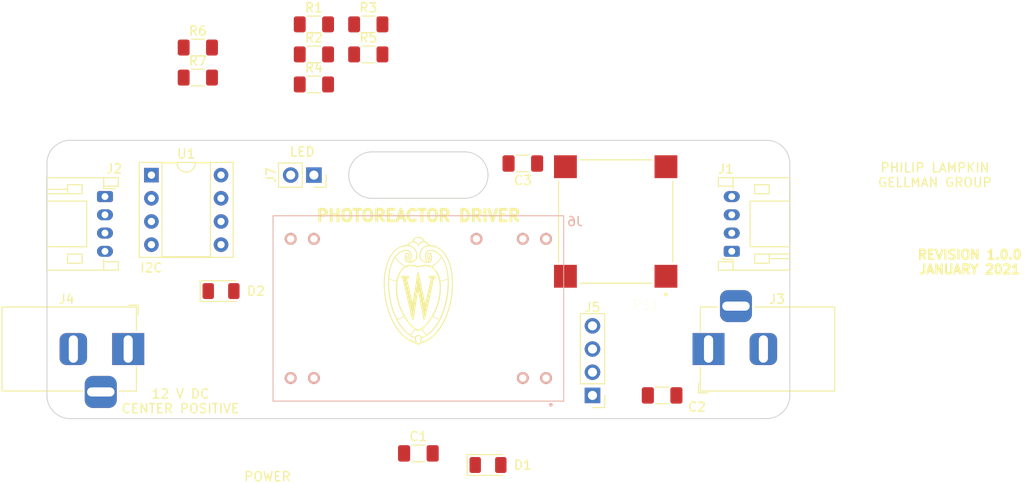
<source format=kicad_pcb>
(kicad_pcb (version 20171130) (host pcbnew 5.1.8+dfsg1-1+b1)

  (general
    (thickness 1.6)
    (drawings 21)
    (tracks 0)
    (zones 0)
    (modules 24)
    (nets 15)
  )

  (page USLetter)
  (title_block
    (title "Digital Photoreactor Driver")
    (date 2021-01-19)
    (rev 1.0.0)
    (company "University of Wisconsin-Madison")
    (comment 1 "Department of Chemistry")
    (comment 2 "Gellman Group")
    (comment 3 "Philip Lampkin")
    (comment 4 plampkin@wisc.edu)
  )

  (layers
    (0 F.Cu signal)
    (31 B.Cu signal)
    (32 B.Adhes user)
    (33 F.Adhes user)
    (34 B.Paste user)
    (35 F.Paste user)
    (36 B.SilkS user)
    (37 F.SilkS user)
    (38 B.Mask user)
    (39 F.Mask user)
    (40 Dwgs.User user)
    (41 Cmts.User user)
    (42 Eco1.User user)
    (43 Eco2.User user)
    (44 Edge.Cuts user)
    (45 Margin user)
    (46 B.CrtYd user hide)
    (47 F.CrtYd user hide)
    (48 B.Fab user)
    (49 F.Fab user hide)
  )

  (setup
    (last_trace_width 0.25)
    (user_trace_width 0.381)
    (user_trace_width 0.889)
    (trace_clearance 0.2)
    (zone_clearance 0.508)
    (zone_45_only no)
    (trace_min 0.2)
    (via_size 0.8)
    (via_drill 0.4)
    (via_min_size 0.4)
    (via_min_drill 0.3)
    (uvia_size 0.3)
    (uvia_drill 0.1)
    (uvias_allowed no)
    (uvia_min_size 0.2)
    (uvia_min_drill 0.1)
    (edge_width 0.1)
    (segment_width 0.2)
    (pcb_text_width 0.3)
    (pcb_text_size 1.5 1.5)
    (mod_edge_width 0.15)
    (mod_text_size 1 1)
    (mod_text_width 0.15)
    (pad_size 1.524 1.524)
    (pad_drill 0.762)
    (pad_to_mask_clearance 0)
    (aux_axis_origin 0 0)
    (visible_elements FFFFFF7F)
    (pcbplotparams
      (layerselection 0x010fc_ffffffff)
      (usegerberextensions false)
      (usegerberattributes true)
      (usegerberadvancedattributes true)
      (creategerberjobfile true)
      (excludeedgelayer false)
      (linewidth 0.100000)
      (plotframeref false)
      (viasonmask false)
      (mode 1)
      (useauxorigin false)
      (hpglpennumber 1)
      (hpglpenspeed 20)
      (hpglpendiameter 15.000000)
      (psnegative false)
      (psa4output false)
      (plotreference true)
      (plotvalue true)
      (plotinvisibletext false)
      (padsonsilk false)
      (subtractmaskfromsilk false)
      (outputformat 4)
      (mirror false)
      (drillshape 0)
      (scaleselection 1)
      (outputdirectory "pdf"))
  )

  (net 0 "")
  (net 1 GND)
  (net 2 +12V)
  (net 3 +5V)
  (net 4 SDA)
  (net 5 SCL)
  (net 6 PWM_LED)
  (net 7 PWM_FAN)
  (net 8 INDICATOR)
  (net 9 "Net-(D1-Pad2)")
  (net 10 "Net-(D2-Pad2)")
  (net 11 "Net-(J1-Pad3)")
  (net 12 "Net-(J6-Pad13)")
  (net 13 "Net-(J6-Pad11)")
  (net 14 "Net-(R3-Pad2)")

  (net_class Default "This is the default net class."
    (clearance 0.2)
    (trace_width 0.25)
    (via_dia 0.8)
    (via_drill 0.4)
    (uvia_dia 0.3)
    (uvia_drill 0.1)
    (add_net +12V)
    (add_net +5V)
    (add_net GND)
    (add_net INDICATOR)
    (add_net "Net-(D1-Pad2)")
    (add_net "Net-(D2-Pad2)")
    (add_net "Net-(J1-Pad3)")
    (add_net "Net-(J5-Pad3)")
    (add_net "Net-(J6-Pad11)")
    (add_net "Net-(J6-Pad13)")
    (add_net "Net-(PS1-Pad4)")
    (add_net "Net-(R1-Pad2)")
    (add_net "Net-(R3-Pad2)")
    (add_net PWM_FAN)
    (add_net PWM_LED)
    (add_net SCL)
    (add_net SDA)
  )

  (module Resistor_SMD:R_1206_3216Metric_Pad1.30x1.75mm_HandSolder (layer F.Cu) (tedit 5F68FEEE) (tstamp 600B890D)
    (at 102.87 71.87)
    (descr "Resistor SMD 1206 (3216 Metric), square (rectangular) end terminal, IPC_7351 nominal with elongated pad for handsoldering. (Body size source: IPC-SM-782 page 72, https://www.pcb-3d.com/wordpress/wp-content/uploads/ipc-sm-782a_amendment_1_and_2.pdf), generated with kicad-footprint-generator")
    (tags "resistor handsolder")
    (path /6042F88B)
    (attr smd)
    (fp_text reference R7 (at 0 -1.82) (layer F.SilkS)
      (effects (font (size 1 1) (thickness 0.15)))
    )
    (fp_text value 4.7k (at 0 1.82) (layer F.Fab)
      (effects (font (size 1 1) (thickness 0.15)))
    )
    (fp_text user %R (at 0 0) (layer F.Fab)
      (effects (font (size 0.8 0.8) (thickness 0.12)))
    )
    (fp_line (start -1.6 0.8) (end -1.6 -0.8) (layer F.Fab) (width 0.1))
    (fp_line (start -1.6 -0.8) (end 1.6 -0.8) (layer F.Fab) (width 0.1))
    (fp_line (start 1.6 -0.8) (end 1.6 0.8) (layer F.Fab) (width 0.1))
    (fp_line (start 1.6 0.8) (end -1.6 0.8) (layer F.Fab) (width 0.1))
    (fp_line (start -0.727064 -0.91) (end 0.727064 -0.91) (layer F.SilkS) (width 0.12))
    (fp_line (start -0.727064 0.91) (end 0.727064 0.91) (layer F.SilkS) (width 0.12))
    (fp_line (start -2.45 1.12) (end -2.45 -1.12) (layer F.CrtYd) (width 0.05))
    (fp_line (start -2.45 -1.12) (end 2.45 -1.12) (layer F.CrtYd) (width 0.05))
    (fp_line (start 2.45 -1.12) (end 2.45 1.12) (layer F.CrtYd) (width 0.05))
    (fp_line (start 2.45 1.12) (end -2.45 1.12) (layer F.CrtYd) (width 0.05))
    (pad 2 smd roundrect (at 1.55 0) (size 1.3 1.75) (layers F.Cu F.Paste F.Mask) (roundrect_rratio 0.192308)
      (net 1 GND))
    (pad 1 smd roundrect (at -1.55 0) (size 1.3 1.75) (layers F.Cu F.Paste F.Mask) (roundrect_rratio 0.192308)
      (net 7 PWM_FAN))
    (model ${KISYS3DMOD}/Resistor_SMD.3dshapes/R_1206_3216Metric.wrl
      (at (xyz 0 0 0))
      (scale (xyz 1 1 1))
      (rotate (xyz 0 0 0))
    )
  )

  (module Resistor_SMD:R_1206_3216Metric_Pad1.30x1.75mm_HandSolder (layer F.Cu) (tedit 5F68FEEE) (tstamp 600B88FC)
    (at 102.87 68.58)
    (descr "Resistor SMD 1206 (3216 Metric), square (rectangular) end terminal, IPC_7351 nominal with elongated pad for handsoldering. (Body size source: IPC-SM-782 page 72, https://www.pcb-3d.com/wordpress/wp-content/uploads/ipc-sm-782a_amendment_1_and_2.pdf), generated with kicad-footprint-generator")
    (tags "resistor handsolder")
    (path /60429B5E)
    (attr smd)
    (fp_text reference R6 (at 0 -1.82) (layer F.SilkS)
      (effects (font (size 1 1) (thickness 0.15)))
    )
    (fp_text value 4.7k (at 0 1.82) (layer F.Fab)
      (effects (font (size 1 1) (thickness 0.15)))
    )
    (fp_text user %R (at 0 0) (layer F.Fab)
      (effects (font (size 0.8 0.8) (thickness 0.12)))
    )
    (fp_line (start -1.6 0.8) (end -1.6 -0.8) (layer F.Fab) (width 0.1))
    (fp_line (start -1.6 -0.8) (end 1.6 -0.8) (layer F.Fab) (width 0.1))
    (fp_line (start 1.6 -0.8) (end 1.6 0.8) (layer F.Fab) (width 0.1))
    (fp_line (start 1.6 0.8) (end -1.6 0.8) (layer F.Fab) (width 0.1))
    (fp_line (start -0.727064 -0.91) (end 0.727064 -0.91) (layer F.SilkS) (width 0.12))
    (fp_line (start -0.727064 0.91) (end 0.727064 0.91) (layer F.SilkS) (width 0.12))
    (fp_line (start -2.45 1.12) (end -2.45 -1.12) (layer F.CrtYd) (width 0.05))
    (fp_line (start -2.45 -1.12) (end 2.45 -1.12) (layer F.CrtYd) (width 0.05))
    (fp_line (start 2.45 -1.12) (end 2.45 1.12) (layer F.CrtYd) (width 0.05))
    (fp_line (start 2.45 1.12) (end -2.45 1.12) (layer F.CrtYd) (width 0.05))
    (pad 2 smd roundrect (at 1.55 0) (size 1.3 1.75) (layers F.Cu F.Paste F.Mask) (roundrect_rratio 0.192308)
      (net 1 GND))
    (pad 1 smd roundrect (at -1.55 0) (size 1.3 1.75) (layers F.Cu F.Paste F.Mask) (roundrect_rratio 0.192308)
      (net 6 PWM_LED))
    (model ${KISYS3DMOD}/Resistor_SMD.3dshapes/R_1206_3216Metric.wrl
      (at (xyz 0 0 0))
      (scale (xyz 1 1 1))
      (rotate (xyz 0 0 0))
    )
  )

  (module footprints:CONV_VXO7805-500-M (layer F.Cu) (tedit 5F8F3960) (tstamp 600B3737)
    (at 148.59 87.63 180)
    (path /60157AFB)
    (fp_text reference PS1 (at -3.325 -9.135) (layer F.SilkS)
      (effects (font (size 1 1) (thickness 0.015)))
    )
    (fp_text value VXO7805-500-M (at 4.93 9.135) (layer F.Fab)
      (effects (font (size 1 1) (thickness 0.015)))
    )
    (fp_line (start -6.25 -6.75) (end 6.25 -6.75) (layer F.Fab) (width 0.127))
    (fp_line (start 6.25 -6.75) (end 6.25 6.75) (layer F.Fab) (width 0.127))
    (fp_line (start 6.25 6.75) (end -6.25 6.75) (layer F.Fab) (width 0.127))
    (fp_line (start -6.25 6.75) (end -6.25 -6.75) (layer F.Fab) (width 0.127))
    (fp_line (start -7 -7.5) (end 7 -7.5) (layer F.CrtYd) (width 0.05))
    (fp_line (start 7 -7.5) (end 7 7.5) (layer F.CrtYd) (width 0.05))
    (fp_line (start 7 7.5) (end -7 7.5) (layer F.CrtYd) (width 0.05))
    (fp_line (start -7 7.5) (end -7 -7.5) (layer F.CrtYd) (width 0.05))
    (fp_line (start -3.93 -6.75) (end 3.93 -6.75) (layer F.SilkS) (width 0.127))
    (fp_circle (center -5.5 -8) (end -5.4 -8) (layer F.SilkS) (width 0.2))
    (fp_circle (center -5.5 -8) (end -5.4 -8) (layer F.Fab) (width 0.2))
    (fp_line (start 3.93 6.75) (end -3.93 6.75) (layer F.SilkS) (width 0.127))
    (fp_line (start 6.25 -4.43) (end 6.25 4.43) (layer F.SilkS) (width 0.127))
    (fp_line (start -6.25 4.43) (end -6.25 -4.43) (layer F.SilkS) (width 0.127))
    (pad 4 smd rect (at -5.5 6 180) (size 2.5 2.5) (layers F.Cu F.Paste F.Mask))
    (pad 3 smd rect (at 5.5 6 180) (size 2.5 2.5) (layers F.Cu F.Paste F.Mask)
      (net 3 +5V))
    (pad 2 smd rect (at 5.5 -6 180) (size 2.5 2.5) (layers F.Cu F.Paste F.Mask)
      (net 1 GND))
    (pad 1 smd rect (at -5.5 -6 180) (size 2.5 2.5) (layers F.Cu F.Paste F.Mask)
      (net 2 +12V))
  )

  (module Resistor_SMD:R_1206_3216Metric_Pad1.30x1.75mm_HandSolder (layer F.Cu) (tedit 5F68FEEE) (tstamp 600B7714)
    (at 121.52 69.33)
    (descr "Resistor SMD 1206 (3216 Metric), square (rectangular) end terminal, IPC_7351 nominal with elongated pad for handsoldering. (Body size source: IPC-SM-782 page 72, https://www.pcb-3d.com/wordpress/wp-content/uploads/ipc-sm-782a_amendment_1_and_2.pdf), generated with kicad-footprint-generator")
    (tags "resistor handsolder")
    (path /60212114)
    (attr smd)
    (fp_text reference R5 (at 0 -1.82) (layer F.SilkS)
      (effects (font (size 1 1) (thickness 0.15)))
    )
    (fp_text value 470 (at 0 1.82) (layer F.Fab)
      (effects (font (size 1 1) (thickness 0.15)))
    )
    (fp_text user %R (at 0 0) (layer F.Fab)
      (effects (font (size 0.8 0.8) (thickness 0.12)))
    )
    (fp_line (start -1.6 0.8) (end -1.6 -0.8) (layer F.Fab) (width 0.1))
    (fp_line (start -1.6 -0.8) (end 1.6 -0.8) (layer F.Fab) (width 0.1))
    (fp_line (start 1.6 -0.8) (end 1.6 0.8) (layer F.Fab) (width 0.1))
    (fp_line (start 1.6 0.8) (end -1.6 0.8) (layer F.Fab) (width 0.1))
    (fp_line (start -0.727064 -0.91) (end 0.727064 -0.91) (layer F.SilkS) (width 0.12))
    (fp_line (start -0.727064 0.91) (end 0.727064 0.91) (layer F.SilkS) (width 0.12))
    (fp_line (start -2.45 1.12) (end -2.45 -1.12) (layer F.CrtYd) (width 0.05))
    (fp_line (start -2.45 -1.12) (end 2.45 -1.12) (layer F.CrtYd) (width 0.05))
    (fp_line (start 2.45 -1.12) (end 2.45 1.12) (layer F.CrtYd) (width 0.05))
    (fp_line (start 2.45 1.12) (end -2.45 1.12) (layer F.CrtYd) (width 0.05))
    (pad 2 smd roundrect (at 1.55 0) (size 1.3 1.75) (layers F.Cu F.Paste F.Mask) (roundrect_rratio 0.192308)
      (net 9 "Net-(D1-Pad2)"))
    (pad 1 smd roundrect (at -1.55 0) (size 1.3 1.75) (layers F.Cu F.Paste F.Mask) (roundrect_rratio 0.192308)
      (net 3 +5V))
    (model ${KISYS3DMOD}/Resistor_SMD.3dshapes/R_1206_3216Metric.wrl
      (at (xyz 0 0 0))
      (scale (xyz 1 1 1))
      (rotate (xyz 0 0 0))
    )
  )

  (module Resistor_SMD:R_1206_3216Metric_Pad1.30x1.75mm_HandSolder (layer F.Cu) (tedit 5F68FEEE) (tstamp 600B7703)
    (at 115.57 72.62)
    (descr "Resistor SMD 1206 (3216 Metric), square (rectangular) end terminal, IPC_7351 nominal with elongated pad for handsoldering. (Body size source: IPC-SM-782 page 72, https://www.pcb-3d.com/wordpress/wp-content/uploads/ipc-sm-782a_amendment_1_and_2.pdf), generated with kicad-footprint-generator")
    (tags "resistor handsolder")
    (path /601D7458)
    (attr smd)
    (fp_text reference R4 (at 0 -1.82) (layer F.SilkS)
      (effects (font (size 1 1) (thickness 0.15)))
    )
    (fp_text value 4.7k (at 0 1.82) (layer F.Fab)
      (effects (font (size 1 1) (thickness 0.15)))
    )
    (fp_text user %R (at 0 0) (layer F.Fab)
      (effects (font (size 0.8 0.8) (thickness 0.12)))
    )
    (fp_line (start -1.6 0.8) (end -1.6 -0.8) (layer F.Fab) (width 0.1))
    (fp_line (start -1.6 -0.8) (end 1.6 -0.8) (layer F.Fab) (width 0.1))
    (fp_line (start 1.6 -0.8) (end 1.6 0.8) (layer F.Fab) (width 0.1))
    (fp_line (start 1.6 0.8) (end -1.6 0.8) (layer F.Fab) (width 0.1))
    (fp_line (start -0.727064 -0.91) (end 0.727064 -0.91) (layer F.SilkS) (width 0.12))
    (fp_line (start -0.727064 0.91) (end 0.727064 0.91) (layer F.SilkS) (width 0.12))
    (fp_line (start -2.45 1.12) (end -2.45 -1.12) (layer F.CrtYd) (width 0.05))
    (fp_line (start -2.45 -1.12) (end 2.45 -1.12) (layer F.CrtYd) (width 0.05))
    (fp_line (start 2.45 -1.12) (end 2.45 1.12) (layer F.CrtYd) (width 0.05))
    (fp_line (start 2.45 1.12) (end -2.45 1.12) (layer F.CrtYd) (width 0.05))
    (pad 2 smd roundrect (at 1.55 0) (size 1.3 1.75) (layers F.Cu F.Paste F.Mask) (roundrect_rratio 0.192308)
      (net 5 SCL))
    (pad 1 smd roundrect (at -1.55 0) (size 1.3 1.75) (layers F.Cu F.Paste F.Mask) (roundrect_rratio 0.192308)
      (net 3 +5V))
    (model ${KISYS3DMOD}/Resistor_SMD.3dshapes/R_1206_3216Metric.wrl
      (at (xyz 0 0 0))
      (scale (xyz 1 1 1))
      (rotate (xyz 0 0 0))
    )
  )

  (module Resistor_SMD:R_1206_3216Metric_Pad1.30x1.75mm_HandSolder (layer F.Cu) (tedit 5F68FEEE) (tstamp 600B76F2)
    (at 121.52 66.04)
    (descr "Resistor SMD 1206 (3216 Metric), square (rectangular) end terminal, IPC_7351 nominal with elongated pad for handsoldering. (Body size source: IPC-SM-782 page 72, https://www.pcb-3d.com/wordpress/wp-content/uploads/ipc-sm-782a_amendment_1_and_2.pdf), generated with kicad-footprint-generator")
    (tags "resistor handsolder")
    (path /6022A1C9)
    (attr smd)
    (fp_text reference R3 (at 0 -1.82) (layer F.SilkS)
      (effects (font (size 1 1) (thickness 0.15)))
    )
    (fp_text value 10k (at 0 1.82) (layer F.Fab)
      (effects (font (size 1 1) (thickness 0.15)))
    )
    (fp_text user %R (at 0 0) (layer F.Fab)
      (effects (font (size 0.8 0.8) (thickness 0.12)))
    )
    (fp_line (start -1.6 0.8) (end -1.6 -0.8) (layer F.Fab) (width 0.1))
    (fp_line (start -1.6 -0.8) (end 1.6 -0.8) (layer F.Fab) (width 0.1))
    (fp_line (start 1.6 -0.8) (end 1.6 0.8) (layer F.Fab) (width 0.1))
    (fp_line (start 1.6 0.8) (end -1.6 0.8) (layer F.Fab) (width 0.1))
    (fp_line (start -0.727064 -0.91) (end 0.727064 -0.91) (layer F.SilkS) (width 0.12))
    (fp_line (start -0.727064 0.91) (end 0.727064 0.91) (layer F.SilkS) (width 0.12))
    (fp_line (start -2.45 1.12) (end -2.45 -1.12) (layer F.CrtYd) (width 0.05))
    (fp_line (start -2.45 -1.12) (end 2.45 -1.12) (layer F.CrtYd) (width 0.05))
    (fp_line (start 2.45 -1.12) (end 2.45 1.12) (layer F.CrtYd) (width 0.05))
    (fp_line (start 2.45 1.12) (end -2.45 1.12) (layer F.CrtYd) (width 0.05))
    (pad 2 smd roundrect (at 1.55 0) (size 1.3 1.75) (layers F.Cu F.Paste F.Mask) (roundrect_rratio 0.192308)
      (net 14 "Net-(R3-Pad2)"))
    (pad 1 smd roundrect (at -1.55 0) (size 1.3 1.75) (layers F.Cu F.Paste F.Mask) (roundrect_rratio 0.192308)
      (net 3 +5V))
    (model ${KISYS3DMOD}/Resistor_SMD.3dshapes/R_1206_3216Metric.wrl
      (at (xyz 0 0 0))
      (scale (xyz 1 1 1))
      (rotate (xyz 0 0 0))
    )
  )

  (module Resistor_SMD:R_1206_3216Metric_Pad1.30x1.75mm_HandSolder (layer F.Cu) (tedit 5F68FEEE) (tstamp 600B76E1)
    (at 115.57 69.33)
    (descr "Resistor SMD 1206 (3216 Metric), square (rectangular) end terminal, IPC_7351 nominal with elongated pad for handsoldering. (Body size source: IPC-SM-782 page 72, https://www.pcb-3d.com/wordpress/wp-content/uploads/ipc-sm-782a_amendment_1_and_2.pdf), generated with kicad-footprint-generator")
    (tags "resistor handsolder")
    (path /602E795B)
    (attr smd)
    (fp_text reference R2 (at 0 -1.82) (layer F.SilkS)
      (effects (font (size 1 1) (thickness 0.15)))
    )
    (fp_text value 470 (at 0 1.82) (layer F.Fab)
      (effects (font (size 1 1) (thickness 0.15)))
    )
    (fp_text user %R (at 0 0) (layer F.Fab)
      (effects (font (size 0.8 0.8) (thickness 0.12)))
    )
    (fp_line (start -1.6 0.8) (end -1.6 -0.8) (layer F.Fab) (width 0.1))
    (fp_line (start -1.6 -0.8) (end 1.6 -0.8) (layer F.Fab) (width 0.1))
    (fp_line (start 1.6 -0.8) (end 1.6 0.8) (layer F.Fab) (width 0.1))
    (fp_line (start 1.6 0.8) (end -1.6 0.8) (layer F.Fab) (width 0.1))
    (fp_line (start -0.727064 -0.91) (end 0.727064 -0.91) (layer F.SilkS) (width 0.12))
    (fp_line (start -0.727064 0.91) (end 0.727064 0.91) (layer F.SilkS) (width 0.12))
    (fp_line (start -2.45 1.12) (end -2.45 -1.12) (layer F.CrtYd) (width 0.05))
    (fp_line (start -2.45 -1.12) (end 2.45 -1.12) (layer F.CrtYd) (width 0.05))
    (fp_line (start 2.45 -1.12) (end 2.45 1.12) (layer F.CrtYd) (width 0.05))
    (fp_line (start 2.45 1.12) (end -2.45 1.12) (layer F.CrtYd) (width 0.05))
    (pad 2 smd roundrect (at 1.55 0) (size 1.3 1.75) (layers F.Cu F.Paste F.Mask) (roundrect_rratio 0.192308)
      (net 10 "Net-(D2-Pad2)"))
    (pad 1 smd roundrect (at -1.55 0) (size 1.3 1.75) (layers F.Cu F.Paste F.Mask) (roundrect_rratio 0.192308)
      (net 8 INDICATOR))
    (model ${KISYS3DMOD}/Resistor_SMD.3dshapes/R_1206_3216Metric.wrl
      (at (xyz 0 0 0))
      (scale (xyz 1 1 1))
      (rotate (xyz 0 0 0))
    )
  )

  (module Resistor_SMD:R_1206_3216Metric_Pad1.30x1.75mm_HandSolder (layer F.Cu) (tedit 5F68FEEE) (tstamp 600B76D0)
    (at 115.57 66.04)
    (descr "Resistor SMD 1206 (3216 Metric), square (rectangular) end terminal, IPC_7351 nominal with elongated pad for handsoldering. (Body size source: IPC-SM-782 page 72, https://www.pcb-3d.com/wordpress/wp-content/uploads/ipc-sm-782a_amendment_1_and_2.pdf), generated with kicad-footprint-generator")
    (tags "resistor handsolder")
    (path /6041C78B)
    (attr smd)
    (fp_text reference R1 (at 0 -1.82) (layer F.SilkS)
      (effects (font (size 1 1) (thickness 0.15)))
    )
    (fp_text value 4.7k (at 0 1.82) (layer F.Fab)
      (effects (font (size 1 1) (thickness 0.15)))
    )
    (fp_text user %R (at 0 0) (layer F.Fab)
      (effects (font (size 0.8 0.8) (thickness 0.12)))
    )
    (fp_line (start -1.6 0.8) (end -1.6 -0.8) (layer F.Fab) (width 0.1))
    (fp_line (start -1.6 -0.8) (end 1.6 -0.8) (layer F.Fab) (width 0.1))
    (fp_line (start 1.6 -0.8) (end 1.6 0.8) (layer F.Fab) (width 0.1))
    (fp_line (start 1.6 0.8) (end -1.6 0.8) (layer F.Fab) (width 0.1))
    (fp_line (start -0.727064 -0.91) (end 0.727064 -0.91) (layer F.SilkS) (width 0.12))
    (fp_line (start -0.727064 0.91) (end 0.727064 0.91) (layer F.SilkS) (width 0.12))
    (fp_line (start -2.45 1.12) (end -2.45 -1.12) (layer F.CrtYd) (width 0.05))
    (fp_line (start -2.45 -1.12) (end 2.45 -1.12) (layer F.CrtYd) (width 0.05))
    (fp_line (start 2.45 -1.12) (end 2.45 1.12) (layer F.CrtYd) (width 0.05))
    (fp_line (start 2.45 1.12) (end -2.45 1.12) (layer F.CrtYd) (width 0.05))
    (pad 2 smd roundrect (at 1.55 0) (size 1.3 1.75) (layers F.Cu F.Paste F.Mask) (roundrect_rratio 0.192308))
    (pad 1 smd roundrect (at -1.55 0) (size 1.3 1.75) (layers F.Cu F.Paste F.Mask) (roundrect_rratio 0.192308)
      (net 3 +5V))
    (model ${KISYS3DMOD}/Resistor_SMD.3dshapes/R_1206_3216Metric.wrl
      (at (xyz 0 0 0))
      (scale (xyz 1 1 1))
      (rotate (xyz 0 0 0))
    )
  )

  (module Capacitor_SMD:C_1206_3216Metric_Pad1.33x1.80mm_HandSolder (layer F.Cu) (tedit 5F68FEEF) (tstamp 600B2FEB)
    (at 138.43 81.28 180)
    (descr "Capacitor SMD 1206 (3216 Metric), square (rectangular) end terminal, IPC_7351 nominal with elongated pad for handsoldering. (Body size source: IPC-SM-782 page 76, https://www.pcb-3d.com/wordpress/wp-content/uploads/ipc-sm-782a_amendment_1_and_2.pdf), generated with kicad-footprint-generator")
    (tags "capacitor handsolder")
    (path /600F5475)
    (attr smd)
    (fp_text reference C3 (at 0 -1.85) (layer F.SilkS)
      (effects (font (size 1 1) (thickness 0.15)))
    )
    (fp_text value 22u (at 0 1.85) (layer F.Fab)
      (effects (font (size 1 1) (thickness 0.15)))
    )
    (fp_text user %R (at 0 0) (layer F.Fab)
      (effects (font (size 0.8 0.8) (thickness 0.12)))
    )
    (fp_line (start -1.6 0.8) (end -1.6 -0.8) (layer F.Fab) (width 0.1))
    (fp_line (start -1.6 -0.8) (end 1.6 -0.8) (layer F.Fab) (width 0.1))
    (fp_line (start 1.6 -0.8) (end 1.6 0.8) (layer F.Fab) (width 0.1))
    (fp_line (start 1.6 0.8) (end -1.6 0.8) (layer F.Fab) (width 0.1))
    (fp_line (start -0.711252 -0.91) (end 0.711252 -0.91) (layer F.SilkS) (width 0.12))
    (fp_line (start -0.711252 0.91) (end 0.711252 0.91) (layer F.SilkS) (width 0.12))
    (fp_line (start -2.48 1.15) (end -2.48 -1.15) (layer F.CrtYd) (width 0.05))
    (fp_line (start -2.48 -1.15) (end 2.48 -1.15) (layer F.CrtYd) (width 0.05))
    (fp_line (start 2.48 -1.15) (end 2.48 1.15) (layer F.CrtYd) (width 0.05))
    (fp_line (start 2.48 1.15) (end -2.48 1.15) (layer F.CrtYd) (width 0.05))
    (pad 2 smd roundrect (at 1.5625 0 180) (size 1.325 1.8) (layers F.Cu F.Paste F.Mask) (roundrect_rratio 0.188679)
      (net 1 GND))
    (pad 1 smd roundrect (at -1.5625 0 180) (size 1.325 1.8) (layers F.Cu F.Paste F.Mask) (roundrect_rratio 0.188679)
      (net 3 +5V))
    (model ${KISYS3DMOD}/Capacitor_SMD.3dshapes/C_1206_3216Metric.wrl
      (at (xyz 0 0 0))
      (scale (xyz 1 1 1))
      (rotate (xyz 0 0 0))
    )
  )

  (module Capacitor_SMD:C_1206_3216Metric_Pad1.33x1.80mm_HandSolder (layer F.Cu) (tedit 5F68FEEF) (tstamp 600B3881)
    (at 153.67 106.68)
    (descr "Capacitor SMD 1206 (3216 Metric), square (rectangular) end terminal, IPC_7351 nominal with elongated pad for handsoldering. (Body size source: IPC-SM-782 page 76, https://www.pcb-3d.com/wordpress/wp-content/uploads/ipc-sm-782a_amendment_1_and_2.pdf), generated with kicad-footprint-generator")
    (tags "capacitor handsolder")
    (path /600F4EFC)
    (attr smd)
    (fp_text reference C2 (at 3.81 1.27) (layer F.SilkS)
      (effects (font (size 1 1) (thickness 0.15)))
    )
    (fp_text value 10u (at 0 1.85) (layer F.Fab)
      (effects (font (size 1 1) (thickness 0.15)))
    )
    (fp_text user %R (at 0 0) (layer F.Fab)
      (effects (font (size 0.8 0.8) (thickness 0.12)))
    )
    (fp_line (start -1.6 0.8) (end -1.6 -0.8) (layer F.Fab) (width 0.1))
    (fp_line (start -1.6 -0.8) (end 1.6 -0.8) (layer F.Fab) (width 0.1))
    (fp_line (start 1.6 -0.8) (end 1.6 0.8) (layer F.Fab) (width 0.1))
    (fp_line (start 1.6 0.8) (end -1.6 0.8) (layer F.Fab) (width 0.1))
    (fp_line (start -0.711252 -0.91) (end 0.711252 -0.91) (layer F.SilkS) (width 0.12))
    (fp_line (start -0.711252 0.91) (end 0.711252 0.91) (layer F.SilkS) (width 0.12))
    (fp_line (start -2.48 1.15) (end -2.48 -1.15) (layer F.CrtYd) (width 0.05))
    (fp_line (start -2.48 -1.15) (end 2.48 -1.15) (layer F.CrtYd) (width 0.05))
    (fp_line (start 2.48 -1.15) (end 2.48 1.15) (layer F.CrtYd) (width 0.05))
    (fp_line (start 2.48 1.15) (end -2.48 1.15) (layer F.CrtYd) (width 0.05))
    (pad 2 smd roundrect (at 1.5625 0) (size 1.325 1.8) (layers F.Cu F.Paste F.Mask) (roundrect_rratio 0.188679)
      (net 2 +12V))
    (pad 1 smd roundrect (at -1.5625 0) (size 1.325 1.8) (layers F.Cu F.Paste F.Mask) (roundrect_rratio 0.188679)
      (net 1 GND))
    (model ${KISYS3DMOD}/Capacitor_SMD.3dshapes/C_1206_3216Metric.wrl
      (at (xyz 0 0 0))
      (scale (xyz 1 1 1))
      (rotate (xyz 0 0 0))
    )
  )

  (module Capacitor_SMD:C_1206_3216Metric_Pad1.33x1.80mm_HandSolder (layer F.Cu) (tedit 5F68FEEF) (tstamp 5FE1C4AA)
    (at 127 113.03)
    (descr "Capacitor SMD 1206 (3216 Metric), square (rectangular) end terminal, IPC_7351 nominal with elongated pad for handsoldering. (Body size source: IPC-SM-782 page 76, https://www.pcb-3d.com/wordpress/wp-content/uploads/ipc-sm-782a_amendment_1_and_2.pdf), generated with kicad-footprint-generator")
    (tags "capacitor handsolder")
    (path /5FCFAC53)
    (attr smd)
    (fp_text reference C1 (at 0 -1.85) (layer F.SilkS)
      (effects (font (size 1 1) (thickness 0.15)))
    )
    (fp_text value 0.1uF (at 0 1.85) (layer F.Fab)
      (effects (font (size 1 1) (thickness 0.15)))
    )
    (fp_text user %R (at 0 0) (layer F.Fab)
      (effects (font (size 0.8 0.8) (thickness 0.12)))
    )
    (fp_line (start -1.6 0.8) (end -1.6 -0.8) (layer F.Fab) (width 0.1))
    (fp_line (start -1.6 -0.8) (end 1.6 -0.8) (layer F.Fab) (width 0.1))
    (fp_line (start 1.6 -0.8) (end 1.6 0.8) (layer F.Fab) (width 0.1))
    (fp_line (start 1.6 0.8) (end -1.6 0.8) (layer F.Fab) (width 0.1))
    (fp_line (start -0.711252 -0.91) (end 0.711252 -0.91) (layer F.SilkS) (width 0.12))
    (fp_line (start -0.711252 0.91) (end 0.711252 0.91) (layer F.SilkS) (width 0.12))
    (fp_line (start -2.48 1.15) (end -2.48 -1.15) (layer F.CrtYd) (width 0.05))
    (fp_line (start -2.48 -1.15) (end 2.48 -1.15) (layer F.CrtYd) (width 0.05))
    (fp_line (start 2.48 -1.15) (end 2.48 1.15) (layer F.CrtYd) (width 0.05))
    (fp_line (start 2.48 1.15) (end -2.48 1.15) (layer F.CrtYd) (width 0.05))
    (pad 2 smd roundrect (at 1.5625 0) (size 1.325 1.8) (layers F.Cu F.Paste F.Mask) (roundrect_rratio 0.188679)
      (net 3 +5V))
    (pad 1 smd roundrect (at -1.5625 0) (size 1.325 1.8) (layers F.Cu F.Paste F.Mask) (roundrect_rratio 0.188679)
      (net 1 GND))
    (model ${KISYS3DMOD}/Capacitor_SMD.3dshapes/C_1206_3216Metric.wrl
      (at (xyz 0 0 0))
      (scale (xyz 1 1 1))
      (rotate (xyz 0 0 0))
    )
  )

  (module footprints:logo locked (layer F.Cu) (tedit 0) (tstamp 60097ED7)
    (at 127 95.25)
    (fp_text reference G*** (at 0 0) (layer F.SilkS) hide
      (effects (font (size 1.524 1.524) (thickness 0.3)))
    )
    (fp_text value LOGO (at 0.75 0) (layer F.SilkS) hide
      (effects (font (size 1.524 1.524) (thickness 0.3)))
    )
    (fp_poly (pts (xy 0.027014 -5.946009) (xy 0.072375 -5.943948) (xy 0.113794 -5.94022) (xy 0.148483 -5.93485)
      (xy 0.151395 -5.934241) (xy 0.230635 -5.912503) (xy 0.304009 -5.882562) (xy 0.37183 -5.844215)
      (xy 0.434414 -5.797261) (xy 0.492077 -5.741496) (xy 0.538895 -5.685111) (xy 0.560962 -5.65338)
      (xy 0.583934 -5.616121) (xy 0.606332 -5.576086) (xy 0.626682 -5.536028) (xy 0.643506 -5.498699)
      (xy 0.654383 -5.469803) (xy 0.65984 -5.453891) (xy 0.664296 -5.442286) (xy 0.666434 -5.438033)
      (xy 0.672382 -5.435867) (xy 0.685301 -5.43276) (xy 0.698942 -5.430041) (xy 0.739191 -5.420618)
      (xy 0.784524 -5.406563) (xy 0.831659 -5.389008) (xy 0.877314 -5.369085) (xy 0.881541 -5.367069)
      (xy 0.954134 -5.327705) (xy 1.021352 -5.282286) (xy 1.082191 -5.2317) (xy 1.135644 -5.176831)
      (xy 1.180704 -5.118567) (xy 1.201778 -5.084993) (xy 1.224618 -5.045395) (xy 1.279059 -5.042254)
      (xy 1.385529 -5.034225) (xy 1.484491 -5.022674) (xy 1.578105 -5.007197) (xy 1.668531 -4.987393)
      (xy 1.757931 -4.962857) (xy 1.830719 -4.939361) (xy 1.961526 -4.889124) (xy 2.088777 -4.829501)
      (xy 2.212356 -4.760666) (xy 2.332152 -4.682791) (xy 2.448049 -4.596051) (xy 2.559933 -4.500619)
      (xy 2.667691 -4.396668) (xy 2.771209 -4.28437) (xy 2.870372 -4.163901) (xy 2.965067 -4.035432)
      (xy 3.05518 -3.899138) (xy 3.140596 -3.755191) (xy 3.221201 -3.603765) (xy 3.296883 -3.445033)
      (xy 3.367526 -3.279169) (xy 3.433017 -3.106346) (xy 3.493241 -2.926737) (xy 3.548085 -2.740515)
      (xy 3.597435 -2.547854) (xy 3.641177 -2.348928) (xy 3.679196 -2.143908) (xy 3.682619 -2.12344)
      (xy 3.699612 -2.016122) (xy 3.714818 -1.909768) (xy 3.728415 -1.8027) (xy 3.740581 -1.693246)
      (xy 3.751495 -1.579728) (xy 3.761334 -1.460472) (xy 3.770276 -1.333802) (xy 3.775515 -1.24968)
      (xy 3.777014 -1.217947) (xy 3.77832 -1.177275) (xy 3.779431 -1.128886) (xy 3.78035 -1.074)
      (xy 3.781074 -1.013836) (xy 3.781606 -0.949616) (xy 3.781943 -0.88256) (xy 3.782087 -0.813888)
      (xy 3.782038 -0.744821) (xy 3.781795 -0.676578) (xy 3.781358 -0.61038) (xy 3.780728 -0.547447)
      (xy 3.779904 -0.489001) (xy 3.778887 -0.43626) (xy 3.777676 -0.390445) (xy 3.776271 -0.352777)
      (xy 3.775521 -0.33782) (xy 3.760706 -0.109746) (xy 3.742134 0.110657) (xy 3.719574 0.325248)
      (xy 3.692797 0.535882) (xy 3.661575 0.744418) (xy 3.625677 0.952712) (xy 3.598562 1.09474)
      (xy 3.54392 1.352528) (xy 3.483133 1.605889) (xy 3.416343 1.854551) (xy 3.34369 2.098243)
      (xy 3.265316 2.336694) (xy 3.181363 2.569632) (xy 3.091971 2.796785) (xy 2.997284 3.017883)
      (xy 2.897441 3.232653) (xy 2.792585 3.440825) (xy 2.682856 3.642126) (xy 2.568397 3.836286)
      (xy 2.449349 4.023033) (xy 2.325853 4.202096) (xy 2.198051 4.373202) (xy 2.066084 4.536082)
      (xy 1.930094 4.690462) (xy 1.790222 4.836073) (xy 1.64661 4.972641) (xy 1.520289 5.082593)
      (xy 1.383014 5.19166) (xy 1.241799 5.293264) (xy 1.097294 5.387063) (xy 0.950149 5.472714)
      (xy 0.801014 5.549876) (xy 0.65054 5.618204) (xy 0.499377 5.677358) (xy 0.348174 5.726995)
      (xy 0.240991 5.756312) (xy 0.177344 5.772251) (xy 0.161635 5.795083) (xy 0.144591 5.818346)
      (xy 0.12432 5.843671) (xy 0.102624 5.86902) (xy 0.081308 5.892358) (xy 0.062175 5.911647)
      (xy 0.047028 5.92485) (xy 0.046183 5.925479) (xy 0.023935 5.939595) (xy 0.005278 5.94582)
      (xy -0.012043 5.94457) (xy -0.025819 5.938815) (xy -0.039009 5.929444) (xy -0.056697 5.913706)
      (xy -0.077247 5.89333) (xy -0.099018 5.870045) (xy -0.120372 5.845582) (xy -0.13967 5.821669)
      (xy -0.14986 5.807911) (xy -0.162635 5.790384) (xy -0.172254 5.779308) (xy -0.181229 5.772702)
      (xy -0.192076 5.768586) (xy -0.2032 5.765887) (xy -0.227923 5.759853) (xy -0.260084 5.751219)
      (xy -0.297497 5.740636) (xy -0.337976 5.728759) (xy -0.379334 5.716241) (xy -0.419386 5.703736)
      (xy -0.455945 5.691897) (xy -0.486826 5.681377) (xy -0.491738 5.679629) (xy -0.657169 5.614883)
      (xy -0.819721 5.540418) (xy -0.979341 5.456275) (xy -1.135977 5.362493) (xy -1.289578 5.259114)
      (xy -1.44009 5.146177) (xy -1.587463 5.023722) (xy -1.731643 4.89179) (xy -1.872578 4.75042)
      (xy -2.010217 4.599654) (xy -2.144506 4.439531) (xy -2.210281 4.3561) (xy -2.335605 4.187017)
      (xy -2.457423 4.00887) (xy -2.575411 3.822241) (xy -2.689246 3.627715) (xy -2.798603 3.425873)
      (xy -2.90316 3.217302) (xy -3.002593 3.002583) (xy -3.096577 2.7823) (xy -3.131711 2.69494)
      (xy -3.232075 2.428042) (xy -3.324365 2.15571) (xy -3.408491 1.878589) (xy -3.484368 1.597325)
      (xy -3.551907 1.312562) (xy -3.611022 1.024947) (xy -3.661624 0.735126) (xy -3.703627 0.443744)
      (xy -3.736942 0.151446) (xy -3.761483 -0.141121) (xy -3.777162 -0.433312) (xy -3.783453 -0.705538)
      (xy -3.673713 -0.705538) (xy -3.671178 -0.540616) (xy -3.666007 -0.378636) (xy -3.658207 -0.222147)
      (xy -3.654756 -0.16764) (xy -3.629382 0.139241) (xy -3.594658 0.443647) (xy -3.550652 0.74527)
      (xy -3.497433 1.043805) (xy -3.43507 1.338945) (xy -3.363633 1.630384) (xy -3.283189 1.917816)
      (xy -3.193808 2.200935) (xy -3.095558 2.479434) (xy -3.009316 2.701931) (xy -2.944043 2.857947)
      (xy -2.873614 3.015661) (xy -2.799086 3.172941) (xy -2.721512 3.327656) (xy -2.641949 3.477674)
      (xy -2.561451 3.620864) (xy -2.517015 3.696182) (xy -2.400193 3.883112) (xy -2.279583 4.061375)
      (xy -2.155281 4.230884) (xy -2.027384 4.391555) (xy -1.895989 4.543304) (xy -1.761193 4.686046)
      (xy -1.623093 4.819697) (xy -1.481786 4.944171) (xy -1.337368 5.059386) (xy -1.189937 5.165255)
      (xy -1.039589 5.261695) (xy -0.886422 5.34862) (xy -0.730533 5.425947) (xy -0.572017 5.493591)
      (xy -0.410973 5.551467) (xy -0.377957 5.562023) (xy -0.350619 5.570486) (xy -0.326448 5.577788)
      (xy -0.307203 5.583411) (xy -0.294643 5.586839) (xy -0.290762 5.587656) (xy -0.287612 5.585383)
      (xy -0.289503 5.576908) (xy -0.292791 5.56895) (xy -0.303253 5.543084) (xy -0.314991 5.510389)
      (xy -0.327029 5.473943) (xy -0.338394 5.436824) (xy -0.348111 5.402111) (xy -0.355205 5.372883)
      (xy -0.355902 5.36956) (xy -0.360734 5.341076) (xy -0.365067 5.306556) (xy -0.368436 5.270119)
      (xy -0.370097 5.243042) (xy -0.37311 5.175868) (xy -0.263095 5.175868) (xy -0.262837 5.220783)
      (xy -0.262663 5.22478) (xy -0.253573 5.311631) (xy -0.234536 5.398713) (xy -0.205736 5.485497)
      (xy -0.167358 5.57146) (xy -0.119587 5.656074) (xy -0.101133 5.684601) (xy -0.075674 5.721751)
      (xy -0.054266 5.750462) (xy -0.036083 5.771208) (xy -0.020301 5.784465) (xy -0.006093 5.790707)
      (xy 0.007365 5.790408) (xy 0.020899 5.784043) (xy 0.035334 5.772087) (xy 0.04104 5.766369)
      (xy 0.058353 5.746242) (xy 0.078748 5.719034) (xy 0.100884 5.686807) (xy 0.12342 5.651627)
      (xy 0.145014 5.615558) (xy 0.164324 5.580663) (xy 0.173723 5.562235) (xy 0.203997 5.493853)
      (xy 0.229291 5.42286) (xy 0.248108 5.353495) (xy 0.249129 5.348877) (xy 0.256248 5.307133)
      (xy 0.260882 5.26044) (xy 0.263034 5.211358) (xy 0.262707 5.162448) (xy 0.259904 5.11627)
      (xy 0.254628 5.075385) (xy 0.248779 5.048745) (xy 0.238121 5.027399) (xy 0.218756 5.006104)
      (xy 0.192095 4.985838) (xy 0.159549 4.967578) (xy 0.122527 4.952301) (xy 0.09906 4.945055)
      (xy 0.080157 4.941112) (xy 0.055259 4.937526) (xy 0.028527 4.934852) (xy 0.016653 4.934075)
      (xy -0.028475 4.934554) (xy -0.072822 4.940308) (xy -0.115061 4.950741) (xy -0.153865 4.965259)
      (xy -0.187906 4.983267) (xy -0.215859 5.00417) (xy -0.236395 5.027373) (xy -0.248188 5.052282)
      (xy -0.248346 5.052869) (xy -0.255563 5.088474) (xy -0.260575 5.13062) (xy -0.263095 5.175868)
      (xy -0.37311 5.175868) (xy -0.37338 5.169864) (xy -0.459409 5.135256) (xy -0.604078 5.071754)
      (xy -0.747061 4.998378) (xy -0.888112 4.91531) (xy -1.026984 4.822733) (xy -1.037208 4.815097)
      (xy -0.838788 4.815097) (xy -0.837274 4.818565) (xy -0.827269 4.826102) (xy -0.80956 4.837446)
      (xy -0.785514 4.851829) (xy -0.756498 4.868483) (xy -0.72388 4.886639) (xy -0.689026 4.905529)
      (xy -0.653305 4.924384) (xy -0.618082 4.942437) (xy -0.60706 4.947958) (xy -0.578468 4.961918)
      (xy -0.546992 4.976819) (xy -0.514077 4.992026) (xy -0.481168 5.006903) (xy -0.449708 5.020815)
      (xy -0.421141 5.033124) (xy -0.396913 5.043195) (xy -0.378466 5.050392) (xy -0.367245 5.054079)
      (xy -0.365299 5.054422) (xy -0.362628 5.050025) (xy -0.358943 5.038521) (xy -0.356315 5.02793)
      (xy -0.342084 4.987272) (xy -0.318707 4.950049) (xy -0.286732 4.916653) (xy -0.246706 4.887474)
      (xy -0.199176 4.862904) (xy -0.144689 4.843332) (xy -0.083793 4.829151) (xy -0.0762 4.82785)
      (xy -0.022519 4.822661) (xy 0.033329 4.823953) (xy 0.089522 4.831256) (xy 0.144237 4.8441)
      (xy 0.195652 4.862013) (xy 0.241944 4.884526) (xy 0.28129 4.911169) (xy 0.295672 4.923828)
      (xy 0.318311 4.949554) (xy 0.337647 4.979093) (xy 0.351848 5.009244) (xy 0.358667 5.033893)
      (xy 0.361164 5.046718) (xy 0.363446 5.053984) (xy 0.364044 5.0546) (xy 0.372258 5.052515)
      (xy 0.388243 5.046667) (xy 0.410599 5.037666) (xy 0.437924 5.026122) (xy 0.468818 5.012645)
      (xy 0.501881 4.997845) (xy 0.535713 4.982332) (xy 0.568913 4.966715) (xy 0.5969 4.953173)
      (xy 0.628547 4.937288) (xy 0.662414 4.919719) (xy 0.69714 4.901227) (xy 0.731369 4.882571)
      (xy 0.763741 4.864513) (xy 0.792899 4.847812) (xy 0.817483 4.83323) (xy 0.836137 4.821527)
      (xy 0.8475 4.813462) (xy 0.849256 4.811895) (xy 0.847459 4.807148) (xy 0.83923 4.798037)
      (xy 0.826231 4.786345) (xy 0.822942 4.783641) (xy 0.762409 4.731521) (xy 0.700954 4.672794)
      (xy 0.640569 4.609641) (xy 0.583245 4.544242) (xy 0.530976 4.478777) (xy 0.485752 4.415428)
      (xy 0.483463 4.41198) (xy 0.471811 4.393465) (xy 0.457818 4.36986) (xy 0.442503 4.343036)
      (xy 0.426882 4.314863) (xy 0.411973 4.287213) (xy 0.398795 4.261958) (xy 0.388365 4.240969)
      (xy 0.381701 4.226117) (xy 0.380341 4.222386) (xy 0.375405 4.221949) (xy 0.362832 4.227877)
      (xy 0.34255 4.240208) (xy 0.322442 4.253542) (xy 0.290622 4.27435) (xy 0.255391 4.296019)
      (xy 0.218026 4.317886) (xy 0.179806 4.339286) (xy 0.142008 4.359556) (xy 0.10591 4.378033)
      (xy 0.072791 4.394052) (xy 0.043928 4.406951) (xy 0.0206 4.416065) (xy 0.004083 4.42073)
      (xy -0.000433 4.421204) (xy -0.011994 4.418736) (xy -0.030962 4.411681) (xy -0.056052 4.400715)
      (xy -0.085981 4.386513) (xy -0.119463 4.369752) (xy -0.155216 4.351107) (xy -0.191954 4.331254)
      (xy -0.228393 4.310867) (xy -0.26325 4.290624) (xy -0.29524 4.2712) (xy -0.323078 4.25327)
      (xy -0.334581 4.245398) (xy -0.366902 4.222725) (xy -0.401099 4.290342) (xy -0.445267 4.369312)
      (xy -0.498171 4.449398) (xy -0.558692 4.529233) (xy -0.625713 4.607453) (xy -0.698117 4.682694)
      (xy -0.774785 4.753592) (xy -0.794094 4.770146) (xy -0.814928 4.788053) (xy -0.828687 4.800802)
      (xy -0.836322 4.80946) (xy -0.838788 4.815097) (xy -1.037208 4.815097) (xy -1.16343 4.72083)
      (xy -1.297204 4.609783) (xy -1.428059 4.489776) (xy -1.555749 4.360992) (xy -1.664205 4.2418)
      (xy -1.793445 4.08719) (xy -1.918665 3.92343) (xy -2.039738 3.750752) (xy -2.156538 3.569391)
      (xy -2.268939 3.379579) (xy -2.376815 3.181551) (xy -2.404498 3.1263) (xy -2.277705 3.1263)
      (xy -2.275074 3.133153) (xy -2.268099 3.147587) (xy -2.257458 3.168351) (xy -2.24383 3.194195)
      (xy -2.227895 3.22387) (xy -2.21033 3.256124) (xy -2.191817 3.289707) (xy -2.173032 3.32337)
      (xy -2.154655 3.35586) (xy -2.137366 3.38593) (xy -2.128256 3.401509) (xy -2.029009 3.564428)
      (xy -1.928635 3.718012) (xy -1.826523 3.863076) (xy -1.722065 4.00043) (xy -1.61465 4.130887)
      (xy -1.503668 4.255261) (xy -1.42748 4.335113) (xy -1.320014 4.440949) (xy -1.213764 4.537749)
      (xy -1.10772 4.62639) (xy -1.000867 4.707749) (xy -0.978509 4.723793) (xy -0.953283 4.741508)
      (xy -0.934894 4.753824) (xy -0.922052 4.761441) (xy -0.913471 4.765061) (xy -0.907862 4.765386)
      (xy -0.904849 4.763904) (xy -0.897771 4.758226) (xy -0.884793 4.747636) (xy -0.867836 4.733705)
      (xy -0.8509 4.719727) (xy -0.832404 4.703743) (xy -0.808934 4.682426) (xy -0.782588 4.657739)
      (xy -0.755462 4.631646) (xy -0.731441 4.607905) (xy -0.661425 4.53409) (xy -0.600271 4.461871)
      (xy -0.54708 4.390037) (xy -0.500948 4.317376) (xy -0.463252 4.247309) (xy -0.429579 4.179158)
      (xy -0.444333 4.168569) (xy -0.453243 4.161867) (xy -0.46839 4.15015) (xy -0.488073 4.134744)
      (xy -0.510593 4.116979) (xy -0.526143 4.10464) (xy -0.632771 4.015045) (xy -0.739748 3.915703)
      (xy -0.846753 3.807006) (xy -0.953463 3.689343) (xy -1.059556 3.563106) (xy -1.164709 3.428686)
      (xy -1.268599 3.286473) (xy -1.370906 3.136858) (xy -1.471304 2.980233) (xy -1.521454 2.89814)
      (xy -1.537996 2.870689) (xy -1.552841 2.846183) (xy -1.56517 2.825966) (xy -1.574164 2.811379)
      (xy -1.579002 2.803765) (xy -1.579519 2.803044) (xy -1.584564 2.804363) (xy -1.595461 2.81097)
      (xy -1.610277 2.821628) (xy -1.61808 2.827714) (xy -1.694625 2.883366) (xy -1.77989 2.935183)
      (xy -1.873037 2.982775) (xy -1.973228 3.025752) (xy -2.079624 3.063724) (xy -2.191388 3.0963)
      (xy -2.19964 3.098432) (xy -2.231014 3.106725) (xy -2.253472 3.113316) (xy -2.268046 3.118573)
      (xy -2.275768 3.122865) (xy -2.277705 3.1263) (xy -2.404498 3.1263) (xy -2.480038 2.975539)
      (xy -2.578483 2.761778) (xy -2.672022 2.5405) (xy -2.760531 2.31194) (xy -2.843881 2.07633)
      (xy -2.855434 2.041887) (xy -2.944344 1.75957) (xy -3.023916 1.474332) (xy -3.094196 1.185918)
      (xy -3.155235 0.894075) (xy -3.207079 0.59855) (xy -3.249777 0.299091) (xy -3.283377 -0.004557)
      (xy -3.307927 -0.312646) (xy -3.309993 -0.34544) (xy -3.312472 -0.392721) (xy -3.314683 -0.448552)
      (xy -3.31661 -0.511327) (xy -3.318239 -0.579438) (xy -3.319552 -0.651279) (xy -3.320536 -0.725244)
      (xy -3.321174 -0.799725) (xy -3.321332 -0.841973) (xy -3.209194 -0.841973) (xy -3.209048 -0.788059)
      (xy -3.208726 -0.736514) (xy -3.208221 -0.688478) (xy -3.207527 -0.645089) (xy -3.206638 -0.607486)
      (xy -3.205955 -0.58674) (xy -3.190077 -0.286854) (xy -3.165274 0.010769) (xy -3.131629 0.305784)
      (xy -3.089222 0.597845) (xy -3.038137 0.886607) (xy -2.978456 1.171725) (xy -2.91026 1.452853)
      (xy -2.833633 1.729646) (xy -2.748655 2.001759) (xy -2.655409 2.268846) (xy -2.553978 2.530562)
      (xy -2.444444 2.786562) (xy -2.360204 2.96799) (xy -2.344827 2.999367) (xy -2.332861 3.022212)
      (xy -2.323807 3.037367) (xy -2.317163 3.045676) (xy -2.312748 3.048) (xy -2.304731 3.046791)
      (xy -2.288935 3.043473) (xy -2.267415 3.038508) (xy -2.242221 3.032358) (xy -2.233477 3.030154)
      (xy -2.125946 2.999723) (xy -2.023644 2.964525) (xy -1.927412 2.924949) (xy -1.838094 2.88139)
      (xy -1.756532 2.834237) (xy -1.683571 2.783885) (xy -1.654537 2.760922) (xy -1.619973 2.732364)
      (xy -1.641502 2.693332) (xy -1.670717 2.640111) (xy -1.696992 2.591632) (xy -1.721552 2.545552)
      (xy -1.745623 2.49953) (xy -1.770431 2.451222) (xy -1.797201 2.398287) (xy -1.825418 2.34188)
      (xy -1.87316 2.244946) (xy -1.916217 2.155014) (xy -1.955274 2.07046) (xy -1.991016 1.989661)
      (xy -2.024127 1.910992) (xy -2.055294 1.832831) (xy -2.0852 1.753554) (xy -2.11453 1.671536)
      (xy -2.141488 1.59258) (xy -2.214857 1.359193) (xy -2.278555 1.126055) (xy -2.332781 0.892148)
      (xy -2.377738 0.656454) (xy -2.413628 0.417955) (xy -2.44065 0.175631) (xy -2.453754 0.0127)
      (xy -2.457533 -0.05235) (xy -2.460512 -0.124107) (xy -2.46269 -0.200782) (xy -2.464066 -0.280584)
      (xy -2.464114 -0.28748) (xy -2.323122 -0.28748) (xy -2.319237 -0.134067) (xy -2.311313 0.02108)
      (xy -2.299349 0.176444) (xy -2.298299 0.18796) (xy -2.275639 0.392471) (xy -2.245413 0.598128)
      (xy -2.207933 0.803734) (xy -2.163508 1.008091) (xy -2.112449 1.210001) (xy -2.055066 1.408268)
      (xy -1.99167 1.601694) (xy -1.922572 1.789081) (xy -1.848082 1.969233) (xy -1.820209 2.031638)
      (xy -1.730118 2.222834) (xy -1.636355 2.409349) (xy -1.539376 2.59041) (xy -1.439636 2.765245)
      (xy -1.337593 2.933082) (xy -1.2337 3.09315) (xy -1.128414 3.244677) (xy -1.022191 3.386891)
      (xy -1.013138 3.39852) (xy -0.931864 3.498966) (xy -0.846924 3.597123) (xy -0.759613 3.691653)
      (xy -0.671224 3.781222) (xy -0.583053 3.864491) (xy -0.496394 3.940127) (xy -0.457931 3.97156)
      (xy -0.424792 3.997068) (xy -0.385743 4.025545) (xy -0.343017 4.055486) (xy -0.298845 4.085383)
      (xy -0.255459 4.113732) (xy -0.215093 4.139027) (xy -0.179977 4.159762) (xy -0.173882 4.163173)
      (xy -0.149094 4.176482) (xy -0.121651 4.190539) (xy -0.093221 4.204563) (xy -0.065474 4.217774)
      (xy -0.04008 4.229391) (xy -0.018709 4.238635) (xy -0.00303 4.244724) (xy 0.005223 4.24688)
      (xy 0.011928 4.244696) (xy 0.026235 4.238593) (xy 0.046683 4.229244) (xy 0.071812 4.217321)
      (xy 0.100161 4.203497) (xy 0.10937 4.198933) (xy 0.155786 4.174876) (xy 0.441963 4.174876)
      (xy 0.444085 4.180428) (xy 0.449917 4.193371) (xy 0.458663 4.211995) (xy 0.469524 4.234586)
      (xy 0.474278 4.24434) (xy 0.521362 4.330364) (xy 0.578243 4.415947) (xy 0.645019 4.501214)
      (xy 0.721786 4.586292) (xy 0.78486 4.64899) (xy 0.800865 4.663913) (xy 0.819944 4.681209)
      (xy 0.840652 4.699623) (xy 0.861539 4.717903) (xy 0.881161 4.734796) (xy 0.898068 4.749049)
      (xy 0.910815 4.759409) (xy 0.917953 4.764622) (xy 0.918834 4.765) (xy 0.923565 4.762293)
      (xy 0.93447 4.755063) (xy 0.949466 4.744702) (xy 0.954394 4.741232) (xy 1.093013 4.637271)
      (xy 1.228432 4.523744) (xy 1.360565 4.400753) (xy 1.489326 4.268404) (xy 1.614629 4.1268)
      (xy 1.736388 3.976045) (xy 1.854517 3.816244) (xy 1.968932 3.6475) (xy 2.079545 3.469917)
      (xy 2.186271 3.283599) (xy 2.239799 3.184066) (xy 2.276473 3.114392) (xy 2.262186 3.111183)
      (xy 2.16506 3.086449) (xy 2.069168 3.056365) (xy 1.975901 3.021554) (xy 1.886654 2.982639)
      (xy 1.80282 2.940243) (xy 1.725792 2.89499) (xy 1.656964 2.847501) (xy 1.635844 2.83109)
      (xy 1.617245 2.81675) (xy 1.601405 2.805628) (xy 1.589997 2.798826) (xy 1.584698 2.797445)
      (xy 1.584692 2.797451) (xy 1.581012 2.802844) (xy 1.57292 2.815665) (xy 1.561211 2.834619)
      (xy 1.546684 2.858411) (xy 1.530134 2.885746) (xy 1.521145 2.90068) (xy 1.460575 2.99905)
      (xy 1.395521 3.100208) (xy 1.327681 3.201657) (xy 1.258751 3.3009) (xy 1.190429 3.395441)
      (xy 1.131581 3.473515) (xy 1.042153 3.585753) (xy 0.950316 3.693723) (xy 0.856971 3.796495)
      (xy 0.763015 3.893141) (xy 0.669349 3.982733) (xy 0.576872 4.064342) (xy 0.49607 4.129682)
      (xy 0.476198 4.145263) (xy 0.459609 4.158729) (xy 0.447785 4.168841) (xy 0.442208 4.174362)
      (xy 0.441963 4.174876) (xy 0.155786 4.174876) (xy 0.178722 4.162989) (xy 0.243389 4.126263)
      (xy 0.3057 4.087245) (xy 0.367988 4.04442) (xy 0.432585 3.996277) (xy 0.4826 3.956855)
      (xy 0.591519 3.864166) (xy 0.70007 3.76156) (xy 0.808078 3.64928) (xy 0.915364 3.527566)
      (xy 1.021754 3.396662) (xy 1.12707 3.256808) (xy 1.231136 3.108247) (xy 1.333775 2.951219)
      (xy 1.434811 2.785968) (xy 1.469777 2.724941) (xy 1.624286 2.724941) (xy 1.643993 2.741856)
      (xy 1.721772 2.802342) (xy 1.808353 2.857853) (xy 1.903659 2.908351) (xy 2.007611 2.953799)
      (xy 2.120132 2.994157) (xy 2.224303 3.024931) (xy 2.249435 3.031476) (xy 2.271895 3.036942)
      (xy 2.289407 3.040799) (xy 2.29969 3.04252) (xy 2.300344 3.042558) (xy 2.304788 3.041761)
      (xy 2.309482 3.038342) (xy 2.315113 3.031172) (xy 2.322373 3.019125) (xy 2.331948 3.001072)
      (xy 2.344529 2.975886) (xy 2.358052 2.948126) (xy 2.419951 2.815865) (xy 2.481705 2.675227)
      (xy 2.5426 2.527978) (xy 2.601925 2.375882) (xy 2.658965 2.220708) (xy 2.703201 2.093389)
      (xy 2.795384 1.805269) (xy 2.878474 1.512822) (xy 2.952412 1.216364) (xy 3.017139 0.916213)
      (xy 3.072599 0.612688) (xy 3.118732 0.306106) (xy 3.155481 -0.003214) (xy 3.182787 -0.314955)
      (xy 3.200321 -0.6223) (xy 3.201245 -0.648993) (xy 3.202086 -0.682457) (xy 3.202839 -0.721627)
      (xy 3.203501 -0.76544) (xy 3.204069 -0.812832) (xy 3.20454 -0.862741) (xy 3.204911 -0.914101)
      (xy 3.205176 -0.965851) (xy 3.205335 -1.016926) (xy 3.205382 -1.066262) (xy 3.205315 -1.112796)
      (xy 3.205131 -1.155465) (xy 3.204825 -1.193204) (xy 3.204394 -1.22495) (xy 3.203836 -1.24964)
      (xy 3.203146 -1.266211) (xy 3.202396 -1.27336) (xy 3.200662 -1.278268) (xy 3.197541 -1.280434)
      (xy 3.191193 -1.279494) (xy 3.17978 -1.275086) (xy 3.161463 -1.266844) (xy 3.155475 -1.26409)
      (xy 3.017113 -1.205957) (xy 2.875121 -1.157239) (xy 2.730063 -1.118099) (xy 2.582504 -1.088697)
      (xy 2.502227 -1.076958) (xy 2.474857 -1.073397) (xy 2.451332 -1.070216) (xy 2.433359 -1.067657)
      (xy 2.422647 -1.065961) (xy 2.420388 -1.065434) (xy 2.4207 -1.060261) (xy 2.42217 -1.046875)
      (xy 2.424577 -1.027131) (xy 2.427702 -1.002881) (xy 2.428784 -0.994717) (xy 2.446208 -0.840196)
      (xy 2.458329 -0.678298) (xy 2.465149 -0.510311) (xy 2.466672 -0.337523) (xy 2.462902 -0.161221)
      (xy 2.453841 0.017308) (xy 2.439493 0.196776) (xy 2.425384 0.3302) (xy 2.396835 0.54183)
      (xy 2.360804 0.753478) (xy 2.317603 0.963989) (xy 2.267544 1.172211) (xy 2.210936 1.376989)
      (xy 2.148091 1.577169) (xy 2.079321 1.771598) (xy 2.004935 1.959121) (xy 1.955581 2.07264)
      (xy 1.939413 2.107786) (xy 1.91935 2.150191) (xy 1.89615 2.198341) (xy 1.870571 2.250721)
      (xy 1.843372 2.305815) (xy 1.815309 2.36211) (xy 1.787142 2.418089) (xy 1.759629 2.47224)
      (xy 1.733527 2.523045) (xy 1.709595 2.568992) (xy 1.688592 2.608565) (xy 1.673484 2.63628)
      (xy 1.624286 2.724941) (xy 1.469777 2.724941) (xy 1.534067 2.612735) (xy 1.631366 2.431761)
      (xy 1.711773 2.2733) (xy 1.754129 2.186835) (xy 1.792113 2.107538) (xy 1.826422 2.033774)
      (xy 1.857755 1.963907) (xy 1.88681 1.896301) (xy 1.914287 1.829321) (xy 1.940884 1.761331)
      (xy 1.9673 1.690695) (xy 1.994232 1.615779) (xy 2.001842 1.594154) (xy 2.061644 1.412896)
      (xy 2.115764 1.227101) (xy 2.164094 1.037705) (xy 2.206529 0.845642) (xy 2.242964 0.651849)
      (xy 2.273293 0.457259) (xy 2.29741 0.26281) (xy 2.315211 0.069434) (xy 2.326588 -0.121931)
      (xy 2.331438 -0.310351) (xy 2.329654 -0.494891) (xy 2.32113 -0.674615) (xy 2.305761 -0.848589)
      (xy 2.290881 -0.966403) (xy 2.264018 -1.12971) (xy 2.231113 -1.286448) (xy 2.192269 -1.436423)
      (xy 2.147585 -1.579442) (xy 2.097164 -1.715311) (xy 2.041106 -1.843838) (xy 1.979512 -1.96483)
      (xy 1.912484 -2.078092) (xy 1.840123 -2.183433) (xy 1.762529 -2.280659) (xy 1.679806 -2.369577)
      (xy 1.592052 -2.449994) (xy 1.49937 -2.521716) (xy 1.46304 -2.546546) (xy 1.396368 -2.586415)
      (xy 1.324871 -2.621057) (xy 1.247656 -2.650771) (xy 1.163827 -2.675852) (xy 1.1113 -2.687783)
      (xy 1.532658 -2.687783) (xy 1.53441 -2.683082) (xy 1.542764 -2.674341) (xy 1.55599 -2.663334)
      (xy 1.558058 -2.661768) (xy 1.653321 -2.584485) (xy 1.745004 -2.498174) (xy 1.832727 -2.403453)
      (xy 1.916108 -2.300939) (xy 1.994764 -2.191248) (xy 2.068315 -2.074998) (xy 2.136377 -1.952806)
      (xy 2.19857 -1.825287) (xy 2.254511 -1.693061) (xy 2.303819 -1.556742) (xy 2.346112 -1.416948)
      (xy 2.35913 -1.367535) (xy 2.365425 -1.341934) (xy 2.372372 -1.312409) (xy 2.379598 -1.28069)
      (xy 2.38673 -1.248507) (xy 2.393395 -1.217592) (xy 2.39922 -1.189675) (xy 2.403831 -1.166487)
      (xy 2.406855 -1.149757) (xy 2.40792 -1.141284) (xy 2.412652 -1.141004) (xy 2.425686 -1.142027)
      (xy 2.445282 -1.144131) (xy 2.469695 -1.147095) (xy 2.497184 -1.150699) (xy 2.526007 -1.15472)
      (xy 2.554421 -1.158938) (xy 2.580684 -1.163131) (xy 2.58318 -1.163549) (xy 2.643655 -1.175099)
      (xy 2.709998 -1.190155) (xy 2.778892 -1.207874) (xy 2.847024 -1.22741) (xy 2.90068 -1.244421)
      (xy 2.93913 -1.257767) (xy 2.980778 -1.273163) (xy 3.023589 -1.289778) (xy 3.065528 -1.306781)
      (xy 3.10456 -1.323342) (xy 3.138651 -1.33863) (xy 3.165764 -1.351815) (xy 3.17246 -1.355359)
      (xy 3.19786 -1.369175) (xy 3.196295 -1.412298) (xy 3.195394 -1.431504) (xy 3.193855 -1.458275)
      (xy 3.19184 -1.490049) (xy 3.189512 -1.524261) (xy 3.187322 -1.55448) (xy 3.168234 -1.762333)
      (xy 3.142486 -1.965041) (xy 3.110174 -2.162298) (xy 3.071389 -2.353796) (xy 3.026226 -2.539229)
      (xy 2.974778 -2.718288) (xy 2.917138 -2.890667) (xy 2.8534 -3.056059) (xy 2.783657 -3.214155)
      (xy 2.708003 -3.36465) (xy 2.62653 -3.507235) (xy 2.56385 -3.60553) (xy 2.54907 -3.627411)
      (xy 2.536251 -3.645917) (xy 2.526442 -3.659569) (xy 2.520696 -3.666884) (xy 2.519715 -3.667714)
      (xy 2.51663 -3.663389) (xy 2.510474 -3.651821) (xy 2.502302 -3.635048) (xy 2.497393 -3.624483)
      (xy 2.464749 -3.560451) (xy 2.423876 -3.492709) (xy 2.375537 -3.422279) (xy 2.320496 -3.350182)
      (xy 2.259514 -3.277439) (xy 2.193355 -3.205072) (xy 2.153987 -3.164748) (xy 2.042427 -3.059252)
      (xy 1.923388 -2.958564) (xy 1.796205 -2.862164) (xy 1.660215 -2.769528) (xy 1.614883 -2.74069)
      (xy 1.589637 -2.724812) (xy 1.567332 -2.71064) (xy 1.549418 -2.699106) (xy 1.537349 -2.691145)
      (xy 1.532658 -2.687783) (xy 1.1113 -2.687783) (xy 1.07249 -2.696598) (xy 0.972751 -2.713306)
      (xy 0.9525 -2.716085) (xy 0.915053 -2.719956) (xy 0.870417 -2.722791) (xy 0.820935 -2.724588)
      (xy 0.768949 -2.725346) (xy 0.716804 -2.725062) (xy 0.666841 -2.723736) (xy 0.621405 -2.721364)
      (xy 0.582839 -2.717947) (xy 0.57044 -2.716368) (xy 0.511998 -2.7072) (xy 0.450159 -2.695683)
      (xy 0.383112 -2.681446) (xy 0.309046 -2.664119) (xy 0.2794 -2.656826) (xy 0.218535 -2.641898)
      (xy 0.166284 -2.629641) (xy 0.121502 -2.619895) (xy 0.083042 -2.612502) (xy 0.049761 -2.607304)
      (xy 0.020512 -2.604141) (xy -0.005848 -2.602855) (xy -0.030465 -2.603288) (xy -0.054484 -2.60528)
      (xy -0.073918 -2.607872) (xy -0.092038 -2.611127) (xy -0.118231 -2.616524) (xy -0.150732 -2.623665)
      (xy -0.187777 -2.632151) (xy -0.227602 -2.641584) (xy -0.268442 -2.651566) (xy -0.278295 -2.654024)
      (xy -0.355046 -2.672759) (xy -0.4236 -2.688369) (xy -0.485362 -2.70105) (xy -0.541739 -2.710997)
      (xy -0.594134 -2.718407) (xy -0.643953 -2.723476) (xy -0.692602 -2.726399) (xy -0.741485 -2.727373)
      (xy -0.792007 -2.726592) (xy -0.797509 -2.726415) (xy -0.902826 -2.71981) (xy -1.005151 -2.70734)
      (xy -1.102971 -2.68928) (xy -1.194775 -2.665908) (xy -1.275394 -2.638901) (xy -1.356512 -2.603068)
      (xy -1.437413 -2.557603) (xy -1.517475 -2.503027) (xy -1.596076 -2.439861) (xy -1.672596 -2.368624)
      (xy -1.746412 -2.289838) (xy -1.816903 -2.204023) (xy -1.85348 -2.154787) (xy -1.921413 -2.052432)
      (xy -1.984747 -1.941488) (xy -2.043288 -1.82252) (xy -2.096843 -1.696093) (xy -2.145219 -1.562773)
      (xy -2.188223 -1.423125) (xy -2.225661 -1.277715) (xy -2.257341 -1.127109) (xy -2.283068 -0.971871)
      (xy -2.298262 -0.85344) (xy -2.310536 -0.72214) (xy -2.318771 -0.583034) (xy -2.322966 -0.437642)
      (xy -2.323122 -0.28748) (xy -2.464114 -0.28748) (xy -2.464641 -0.361722) (xy -2.464414 -0.442406)
      (xy -2.463384 -0.520844) (xy -2.461552 -0.595247) (xy -2.458918 -0.663824) (xy -2.45548 -0.724783)
      (xy -2.45387 -0.74676) (xy -2.450556 -0.786206) (xy -2.446679 -0.828309) (xy -2.442423 -0.871391)
      (xy -2.437975 -0.913773) (xy -2.433518 -0.953775) (xy -2.429237 -0.989719) (xy -2.425318 -1.019926)
      (xy -2.421944 -1.042716) (xy -2.420226 -1.052298) (xy -2.419254 -1.059637) (xy -2.421489 -1.063983)
      (xy -2.429045 -1.066552) (xy -2.444036 -1.068561) (xy -2.449544 -1.069155) (xy -2.482193 -1.07313)
      (xy -2.521597 -1.078693) (xy -2.564702 -1.085347) (xy -2.608457 -1.092594) (xy -2.649808 -1.099936)
      (xy -2.685704 -1.106878) (xy -2.701191 -1.110161) (xy -2.775153 -1.128051) (xy -2.851417 -1.149341)
      (xy -2.927772 -1.173279) (xy -3.002009 -1.199109) (xy -3.07192 -1.226077) (xy -3.135293 -1.253431)
      (xy -3.170558 -1.270365) (xy -3.199135 -1.284748) (xy -3.2023 -1.260864) (xy -3.20358 -1.245899)
      (xy -3.204745 -1.221913) (xy -3.20579 -1.190047) (xy -3.206707 -1.151437) (xy -3.207491 -1.107224)
      (xy -3.208135 -1.058547) (xy -3.208633 -1.006544) (xy -3.20898 -0.952355) (xy -3.209169 -0.897119)
      (xy -3.209194 -0.841973) (xy -3.321332 -0.841973) (xy -3.32145 -0.873116) (xy -3.321349 -0.94381)
      (xy -3.320857 -1.010201) (xy -3.319956 -1.070681) (xy -3.318632 -1.123645) (xy -3.317754 -1.14808)
      (xy -3.305725 -1.366487) (xy -3.196709 -1.366487) (xy -3.133785 -1.33644) (xy -3.020157 -1.286425)
      (xy -2.903137 -1.243425) (xy -2.78163 -1.207136) (xy -2.654541 -1.177255) (xy -2.520776 -1.153477)
      (xy -2.43078 -1.141276) (xy -2.418737 -1.139732) (xy -2.411827 -1.138682) (xy -2.408039 -1.14232)
      (xy -2.405653 -1.14935) (xy -2.403718 -1.158876) (xy -2.400387 -1.175803) (xy -2.396163 -1.197553)
      (xy -2.392488 -1.21666) (xy -2.376795 -1.290085) (xy -2.356909 -1.369469) (xy -2.33368 -1.451953)
      (xy -2.307959 -1.534678) (xy -2.280596 -1.614783) (xy -2.252442 -1.68941) (xy -2.250155 -1.695123)
      (xy -2.233121 -1.735544) (xy -2.212159 -1.782234) (xy -2.188485 -1.832703) (xy -2.163318 -1.884459)
      (xy -2.137873 -1.935011) (xy -2.113368 -1.981869) (xy -2.091021 -2.02254) (xy -2.085431 -2.032282)
      (xy -2.019562 -2.139073) (xy -1.948317 -2.242065) (xy -1.872645 -2.340135) (xy -1.793493 -2.432158)
      (xy -1.711811 -2.517012) (xy -1.628548 -2.593572) (xy -1.573128 -2.63906) (xy -1.552439 -2.655368)
      (xy -1.534918 -2.669463) (xy -1.521983 -2.68018) (xy -1.515057 -2.686352) (xy -1.514279 -2.68732)
      (xy -1.518228 -2.690811) (xy -1.52906 -2.698014) (xy -1.54481 -2.707652) (xy -1.553273 -2.712615)
      (xy -1.578233 -2.72765) (xy -1.609622 -2.747465) (xy -1.645655 -2.77086) (xy -1.684547 -2.796636)
      (xy -1.724515 -2.823591) (xy -1.763774 -2.850527) (xy -1.800539 -2.876242) (xy -1.833026 -2.899536)
      (xy -1.85166 -2.913304) (xy -1.947425 -2.988224) (xy -2.038662 -3.065588) (xy -2.124718 -3.144686)
      (xy -2.204937 -3.224808) (xy -2.278665 -3.305246) (xy -2.345246 -3.385288) (xy -2.404025 -3.464226)
      (xy -2.454348 -3.541351) (xy -2.489903 -3.604794) (xy -2.519858 -3.662931) (xy -2.567381 -3.590416)
      (xy -2.648617 -3.458276) (xy -2.724799 -3.317604) (xy -2.795823 -3.168741) (xy -2.861585 -3.012028)
      (xy -2.92198 -2.847805) (xy -2.976904 -2.676413) (xy -3.026253 -2.498193) (xy -3.069923 -2.313487)
      (xy -3.10781 -2.122633) (xy -3.13981 -1.925974) (xy -3.165817 -1.723851) (xy -3.179661 -1.5875)
      (xy -3.182939 -1.550653) (xy -3.186129 -1.513328) (xy -3.189023 -1.478075) (xy -3.19141 -1.447442)
      (xy -3.193085 -1.423976) (xy -3.193269 -1.421114) (xy -3.196709 -1.366487) (xy -3.305725 -1.366487)
      (xy -3.305012 -1.379431) (xy -3.285894 -1.604743) (xy -3.260451 -1.823821) (xy -3.228734 -2.036465)
      (xy -3.190793 -2.24248) (xy -3.146679 -2.441666) (xy -3.096442 -2.633827) (xy -3.040133 -2.818766)
      (xy -2.977802 -2.996284) (xy -2.909501 -3.166185) (xy -2.835278 -3.32827) (xy -2.755185 -3.482342)
      (xy -2.693416 -3.58902) (xy -2.611586 -3.716433) (xy -2.601768 -3.730012) (xy -2.461391 -3.730012)
      (xy -2.460969 -3.726957) (xy -2.454519 -3.709819) (xy -2.44359 -3.686078) (xy -2.429219 -3.657661)
      (xy -2.412445 -3.626495) (xy -2.394308 -3.594509) (xy -2.375844 -3.563628) (xy -2.358092 -3.535782)
      (xy -2.357472 -3.53485) (xy -2.288944 -3.439529) (xy -2.210848 -3.344773) (xy -2.123774 -3.251118)
      (xy -2.028314 -3.1591) (xy -1.92506 -3.069256) (xy -1.814602 -2.982121) (xy -1.697532 -2.898232)
      (xy -1.574442 -2.818126) (xy -1.55194 -2.804301) (xy -1.527085 -2.789061) (xy -1.502844 -2.774017)
      (xy -1.481792 -2.760779) (xy -1.466507 -2.750958) (xy -1.464988 -2.749956) (xy -1.438996 -2.732737)
      (xy -1.34843 -2.768581) (xy -1.289506 -2.791383) (xy -1.237597 -2.810163) (xy -1.190627 -2.825437)
      (xy -1.14652 -2.837719) (xy -1.103199 -2.847523) (xy -1.058589 -2.855364) (xy -1.010613 -2.861755)
      (xy -0.957194 -2.867213) (xy -0.946479 -2.868167) (xy -0.894987 -2.871687) (xy -0.840557 -2.87366)
      (xy -0.785458 -2.874121) (xy -0.731958 -2.873104) (xy -0.682324 -2.870643) (xy -0.638824 -2.866774)
      (xy -0.61207 -2.863051) (xy -0.598098 -2.860384) (xy -0.575381 -2.85567) (xy -0.545073 -2.849165)
      (xy -0.508326 -2.841121) (xy -0.466292 -2.831795) (xy -0.420124 -2.821439) (xy -0.370973 -2.810309)
      (xy -0.319993 -2.798659) (xy -0.30981 -2.796319) (xy -0.246966 -2.781906) (xy -0.193127 -2.769674)
      (xy -0.147412 -2.75946) (xy -0.10894 -2.751105) (xy -0.076828 -2.744446) (xy -0.050196 -2.739323)
      (xy -0.028162 -2.735574) (xy -0.009846 -2.733039) (xy 0.005635 -2.731555) (xy 0.019162 -2.730962)
      (xy 0.031616 -2.731098) (xy 0.04318 -2.731751) (xy 0.054175 -2.733375) (xy 0.073938 -2.737167)
      (xy 0.101364 -2.742883) (xy 0.135351 -2.750279) (xy 0.174795 -2.759111) (xy 0.218593 -2.769136)
      (xy 0.265644 -2.780109) (xy 0.314843 -2.791786) (xy 0.3175 -2.792422) (xy 0.367127 -2.804278)
      (xy 0.414933 -2.815627) (xy 0.45977 -2.826202) (xy 0.50049 -2.835736) (xy 0.535947 -2.843962)
      (xy 0.564994 -2.850612) (xy 0.586483 -2.855419) (xy 0.599268 -2.858114) (xy 0.59944 -2.858147)
      (xy 0.632538 -2.862888) (xy 0.674125 -2.866281) (xy 0.722623 -2.868346) (xy 0.776452 -2.869102)
      (xy 0.834033 -2.86857) (xy 0.893789 -2.866768) (xy 0.95414 -2.863717) (xy 1.013508 -2.859436)
      (xy 1.070313 -2.853946) (xy 1.086637 -2.852064) (xy 1.178115 -2.837817) (xy 1.262334 -2.817771)
      (xy 1.340626 -2.791552) (xy 1.408936 -2.761473) (xy 1.46284 -2.734819) (xy 1.53279 -2.77844)
      (xy 1.646095 -2.851667) (xy 1.750835 -2.924845) (xy 1.84853 -2.999148) (xy 1.940701 -3.075753)
      (xy 2.028869 -3.155835) (xy 2.061782 -3.187563) (xy 2.138223 -3.265403) (xy 2.20839 -3.342918)
      (xy 2.271794 -3.419453) (xy 2.327945 -3.494356) (xy 2.376355 -3.566972) (xy 2.416533 -3.636648)
      (xy 2.447992 -3.70273) (xy 2.44867 -3.704349) (xy 2.465006 -3.743478) (xy 2.420306 -3.798329)
      (xy 2.397243 -3.825342) (xy 2.368365 -3.857159) (xy 2.335252 -3.892198) (xy 2.299488 -3.928879)
      (xy 2.262654 -3.965622) (xy 2.226332 -4.000846) (xy 2.192105 -4.032971) (xy 2.161555 -4.060415)
      (xy 2.138745 -4.07962) (xy 2.03976 -4.153477) (xy 1.938321 -4.218062) (xy 1.834758 -4.273243)
      (xy 1.729401 -4.318889) (xy 1.622581 -4.354868) (xy 1.514629 -4.38105) (xy 1.405876 -4.397302)
      (xy 1.325823 -4.402832) (xy 1.26933 -4.403308) (xy 1.220549 -4.400158) (xy 1.177542 -4.392927)
      (xy 1.138369 -4.381163) (xy 1.10109 -4.364411) (xy 1.063767 -4.342217) (xy 1.062162 -4.341155)
      (xy 1.014997 -4.303832) (xy 0.972258 -4.257691) (xy 0.934267 -4.203207) (xy 0.901352 -4.140858)
      (xy 0.873835 -4.071121) (xy 0.869685 -4.058465) (xy 0.850345 -3.981909) (xy 0.839478 -3.90152)
      (xy 0.836977 -3.8189) (xy 0.842732 -3.735656) (xy 0.856636 -3.653391) (xy 0.878581 -3.573709)
      (xy 0.907306 -3.500712) (xy 0.931376 -3.454791) (xy 0.95997 -3.411098) (xy 0.991729 -3.371194)
      (xy 1.025292 -3.336642) (xy 1.059299 -3.309004) (xy 1.090026 -3.290923) (xy 1.12535 -3.278162)
      (xy 1.161263 -3.271995) (xy 1.195211 -3.272613) (xy 1.224643 -3.280207) (xy 1.225905 -3.280753)
      (xy 1.256058 -3.297081) (xy 1.281617 -3.31815) (xy 1.305522 -3.346445) (xy 1.308552 -3.35063)
      (xy 1.333268 -3.392058) (xy 1.354518 -3.441698) (xy 1.371773 -3.498038) (xy 1.384503 -3.559562)
      (xy 1.386663 -3.57378) (xy 1.390889 -3.620069) (xy 1.391747 -3.672657) (xy 1.38945 -3.728336)
      (xy 1.384213 -3.783897) (xy 1.376248 -3.836134) (xy 1.366298 -3.879942) (xy 1.351818 -3.924058)
      (xy 1.334005 -3.964911) (xy 1.313698 -4.001242) (xy 1.291735 -4.031793) (xy 1.268957 -4.055306)
      (xy 1.246201 -4.070523) (xy 1.236779 -4.074159) (xy 1.209286 -4.077271) (xy 1.182181 -4.070911)
      (xy 1.156363 -4.055756) (xy 1.132732 -4.032482) (xy 1.112187 -4.001763) (xy 1.097559 -3.969602)
      (xy 1.085111 -3.927215) (xy 1.076801 -3.879364) (xy 1.07271 -3.828838) (xy 1.072919 -3.778426)
      (xy 1.077512 -3.730916) (xy 1.086569 -3.689097) (xy 1.0891 -3.68114) (xy 1.105224 -3.641627)
      (xy 1.123364 -3.612051) (xy 1.143544 -3.592383) (xy 1.165788 -3.582597) (xy 1.17752 -3.5814)
      (xy 1.19282 -3.585178) (xy 1.204979 -3.597082) (xy 1.214777 -3.617972) (xy 1.217012 -3.624907)
      (xy 1.223541 -3.663249) (xy 1.221657 -3.705426) (xy 1.211584 -3.749923) (xy 1.193544 -3.795224)
      (xy 1.191314 -3.799732) (xy 1.182712 -3.818273) (xy 1.176386 -3.834691) (xy 1.173534 -3.845822)
      (xy 1.17348 -3.846843) (xy 1.178263 -3.864448) (xy 1.191473 -3.879157) (xy 1.20402 -3.886226)
      (xy 1.224918 -3.889743) (xy 1.246364 -3.884112) (xy 1.267174 -3.870197) (xy 1.286164 -3.848861)
      (xy 1.302147 -3.820966) (xy 1.305987 -3.811935) (xy 1.310395 -3.799926) (xy 1.313564 -3.788335)
      (xy 1.315701 -3.775163) (xy 1.317014 -3.758414) (xy 1.31771 -3.736087) (xy 1.317995 -3.706185)
      (xy 1.318031 -3.6957) (xy 1.317869 -3.659825) (xy 1.317055 -3.631865) (xy 1.315418 -3.609588)
      (xy 1.312787 -3.59076) (xy 1.308993 -3.57315) (xy 1.308532 -3.571324) (xy 1.293725 -3.522396)
      (xy 1.276308 -3.480418) (xy 1.256712 -3.445991) (xy 1.235367 -3.419716) (xy 1.212703 -3.402195)
      (xy 1.18915 -3.394028) (xy 1.18119 -3.393488) (xy 1.158484 -3.397757) (xy 1.133406 -3.409506)
      (xy 1.108442 -3.42729) (xy 1.087653 -3.44781) (xy 1.070661 -3.470844) (xy 1.052507 -3.501116)
      (xy 1.034518 -3.536012) (xy 1.018019 -3.57292) (xy 1.004338 -3.609228) (xy 1.001811 -3.61696)
      (xy 0.985065 -3.681316) (xy 0.974287 -3.748424) (xy 0.969511 -3.816212) (xy 0.970769 -3.882606)
      (xy 0.978093 -3.945536) (xy 0.991516 -4.002929) (xy 0.99555 -4.015364) (xy 1.016995 -4.065203)
      (xy 1.04468 -4.10919) (xy 1.077713 -4.146232) (xy 1.1152 -4.175231) (xy 1.134594 -4.186012)
      (xy 1.15601 -4.195533) (xy 1.175078 -4.201204) (xy 1.196685 -4.204245) (xy 1.211546 -4.205246)
      (xy 1.234082 -4.205999) (xy 1.250363 -4.205038) (xy 1.264233 -4.201779) (xy 1.279534 -4.195634)
      (xy 1.282019 -4.194506) (xy 1.318243 -4.172498) (xy 1.351506 -4.14138) (xy 1.381567 -4.101827)
      (xy 1.408189 -4.054517) (xy 1.431133 -4.000126) (xy 1.450161 -3.939331) (xy 1.465034 -3.872809)
      (xy 1.475515 -3.801236) (xy 1.481364 -3.72529) (xy 1.482343 -3.645647) (xy 1.481863 -3.62712)
      (xy 1.47687 -3.54919) (xy 1.467345 -3.476005) (xy 1.453544 -3.408146) (xy 1.435725 -3.346193)
      (xy 1.414143 -3.290726) (xy 1.389057 -3.242325) (xy 1.360722 -3.201569) (xy 1.329397 -3.169039)
      (xy 1.295337 -3.145315) (xy 1.262479 -3.131949) (xy 1.243155 -3.128034) (xy 1.215471 -3.124446)
      (xy 1.181227 -3.121284) (xy 1.142222 -3.118645) (xy 1.100254 -3.116628) (xy 1.057121 -3.115331)
      (xy 1.014622 -3.114851) (xy 0.974556 -3.115287) (xy 0.962755 -3.115628) (xy 0.852322 -3.122733)
      (xy 0.749626 -3.136319) (xy 0.654544 -3.156428) (xy 0.566955 -3.183103) (xy 0.486735 -3.216385)
      (xy 0.413762 -3.256316) (xy 0.347915 -3.30294) (xy 0.302279 -3.343148) (xy 0.25075 -3.399294)
      (xy 0.207645 -3.460098) (xy 0.172623 -3.526213) (xy 0.145346 -3.598292) (xy 0.125472 -3.676988)
      (xy 0.123823 -3.68554) (xy 0.119381 -3.71732) (xy 0.116208 -3.75696) (xy 0.114291 -3.802245)
      (xy 0.113617 -3.850957) (xy 0.11364 -3.853093) (xy 0.220489 -3.853093) (xy 0.226691 -3.771732)
      (xy 0.241409 -3.693806) (xy 0.264457 -3.620177) (xy 0.295647 -3.551708) (xy 0.313139 -3.521436)
      (xy 0.336587 -3.488338) (xy 0.366653 -3.452924) (xy 0.40096 -3.417597) (xy 0.437128 -3.384762)
      (xy 0.472779 -3.356822) (xy 0.482977 -3.349782) (xy 0.553518 -3.30822) (xy 0.628683 -3.274042)
      (xy 0.706637 -3.247871) (xy 0.785543 -3.230333) (xy 0.857098 -3.222378) (xy 0.885881 -3.221232)
      (xy 0.906037 -3.221805) (xy 0.919021 -3.224538) (xy 0.926285 -3.229874) (xy 0.929282 -3.238255)
      (xy 0.92964 -3.244455) (xy 0.925294 -3.263728) (xy 0.912462 -3.287518) (xy 0.894032 -3.31216)
      (xy 0.850708 -3.37195) (xy 0.813574 -3.438744) (xy 0.782816 -3.511353) (xy 0.758621 -3.588587)
      (xy 0.741175 -3.669255) (xy 0.730664 -3.752167) (xy 0.727273 -3.836132) (xy 0.731189 -3.919959)
      (xy 0.742597 -4.002459) (xy 0.761684 -4.082441) (xy 0.769671 -4.107994) (xy 0.798657 -4.181616)
      (xy 0.83456 -4.249494) (xy 0.876816 -4.311058) (xy 0.924861 -4.365739) (xy 0.978132 -4.412968)
      (xy 1.036066 -4.452173) (xy 1.098098 -4.482785) (xy 1.16078 -4.503507) (xy 1.209262 -4.512619)
      (xy 1.265403 -4.517497) (xy 1.32767 -4.518234) (xy 1.394529 -4.514923) (xy 1.464446 -4.507657)
      (xy 1.535889 -4.496529) (xy 1.607324 -4.481632) (xy 1.635227 -4.474723) (xy 1.740145 -4.442449)
      (xy 1.84424 -4.400406) (xy 1.946973 -4.34898) (xy 2.047802 -4.288556) (xy 2.14619 -4.219521)
      (xy 2.241595 -4.142262) (xy 2.333479 -4.057164) (xy 2.421301 -3.964614) (xy 2.504522 -3.864998)
      (xy 2.525822 -3.837352) (xy 2.619884 -3.705249) (xy 2.708327 -3.564874) (xy 2.791092 -3.416459)
      (xy 2.868124 -3.260234) (xy 2.939363 -3.096432) (xy 3.004752 -2.925282) (xy 3.064234 -2.747016)
      (xy 3.117751 -2.561865) (xy 3.165245 -2.37006) (xy 3.20666 -2.171832) (xy 3.241936 -1.967412)
      (xy 3.271017 -1.757031) (xy 3.293845 -1.540921) (xy 3.310363 -1.319311) (xy 3.320512 -1.092435)
      (xy 3.324235 -0.860521) (xy 3.321958 -0.643853) (xy 3.310504 -0.351204) (xy 3.289631 -0.058473)
      (xy 3.259461 0.233737) (xy 3.220116 0.524822) (xy 3.171716 0.814179) (xy 3.114384 1.101205)
      (xy 3.04824 1.385296) (xy 2.973406 1.665849) (xy 2.890004 1.942261) (xy 2.798155 2.213927)
      (xy 2.697981 2.480245) (xy 2.688029 2.505264) (xy 2.599484 2.717656) (xy 2.506444 2.923163)
      (xy 2.409066 3.121567) (xy 2.307508 3.312654) (xy 2.201927 3.496207) (xy 2.092481 3.672008)
      (xy 1.979328 3.839844) (xy 1.862624 3.999496) (xy 1.742528 4.150749) (xy 1.619197 4.293387)
      (xy 1.492789 4.427193) (xy 1.36346 4.551952) (xy 1.23137 4.667446) (xy 1.096675 4.77346)
      (xy 0.97028 4.862642) (xy 0.877931 4.921778) (xy 0.7826 4.97813) (xy 0.686404 5.030566)
      (xy 0.591459 5.077953) (xy 0.499883 5.119161) (xy 0.459158 5.135854) (xy 0.377297 5.168279)
      (xy 0.373762 5.231911) (xy 0.364628 5.323984) (xy 0.347463 5.411505) (xy 0.321774 5.496735)
      (xy 0.307926 5.53339) (xy 0.299538 5.55479) (xy 0.293039 5.572255) (xy 0.289092 5.583938)
      (xy 0.28832 5.588) (xy 0.293832 5.586665) (xy 0.306967 5.583055) (xy 0.325598 5.577765)
      (xy 0.342141 5.57298) (xy 0.479777 5.52849) (xy 0.618984 5.474929) (xy 0.758408 5.412955)
      (xy 0.896699 5.343229) (xy 1.032503 5.266409) (xy 1.164469 5.183155) (xy 1.221571 5.144235)
      (xy 1.31974 5.0735) (xy 1.413343 5.001335) (xy 1.504344 4.926081) (xy 1.594706 4.846079)
      (xy 1.686394 4.759668) (xy 1.745126 4.701789) (xy 1.884543 4.555998) (xy 2.019008 4.402605)
      (xy 2.148767 4.241281) (xy 2.274065 4.071695) (xy 2.395147 3.893517) (xy 2.51226 3.706418)
      (xy 2.608509 3.54076) (xy 2.728237 3.318089) (xy 2.841546 3.0879) (xy 2.948301 2.85066)
      (xy 3.048364 2.606835) (xy 3.141601 2.356892) (xy 3.227876 2.101297) (xy 3.307051 1.840517)
      (xy 3.378991 1.57502) (xy 3.44356 1.30527) (xy 3.500621 1.031736) (xy 3.55004 0.754883)
      (xy 3.591679 0.475179) (xy 3.625402 0.19309) (xy 3.644829 -0.0127) (xy 3.660738 -0.237276)
      (xy 3.671065 -0.463754) (xy 3.675854 -0.690933) (xy 3.675151 -0.917611) (xy 3.669001 -1.142587)
      (xy 3.65745 -1.364658) (xy 3.640543 -1.582624) (xy 3.618325 -1.795281) (xy 3.590843 -2.001428)
      (xy 3.563189 -2.1717) (xy 3.523554 -2.376595) (xy 3.47829 -2.574898) (xy 3.427491 -2.766437)
      (xy 3.371249 -2.951039) (xy 3.309657 -3.128534) (xy 3.242808 -3.298748) (xy 3.170796 -3.461509)
      (xy 3.093714 -3.616645) (xy 3.011654 -3.763984) (xy 2.92471 -3.903353) (xy 2.832975 -4.034581)
      (xy 2.736542 -4.157494) (xy 2.635504 -4.271921) (xy 2.529954 -4.37769) (xy 2.419985 -4.474628)
      (xy 2.305691 -4.562563) (xy 2.25044 -4.600776) (xy 2.133129 -4.673147) (xy 2.011788 -4.736457)
      (xy 1.886918 -4.790553) (xy 1.75902 -4.835279) (xy 1.628596 -4.870482) (xy 1.496149 -4.89601)
      (xy 1.362178 -4.911706) (xy 1.227187 -4.917418) (xy 1.218262 -4.91744) (xy 1.128749 -4.913948)
      (xy 1.040712 -4.903705) (xy 0.955349 -4.887066) (xy 0.873863 -4.864383) (xy 0.797451 -4.836009)
      (xy 0.727315 -4.802298) (xy 0.664654 -4.763602) (xy 0.644183 -4.748539) (xy 0.564514 -4.680805)
      (xy 0.492827 -4.606849) (xy 0.429216 -4.526852) (xy 0.373775 -4.440998) (xy 0.326601 -4.349469)
      (xy 0.287786 -4.252448) (xy 0.257427 -4.150118) (xy 0.235619 -4.042661) (xy 0.22299 -3.937027)
      (xy 0.220489 -3.853093) (xy 0.11364 -3.853093) (xy 0.114172 -3.900878) (xy 0.115941 -3.949792)
      (xy 0.118912 -3.995481) (xy 0.123069 -4.035728) (xy 0.126134 -4.05638) (xy 0.15041 -4.172476)
      (xy 0.182457 -4.28229) (xy 0.222539 -4.386385) (xy 0.270918 -4.485325) (xy 0.327856 -4.57967)
      (xy 0.393615 -4.669984) (xy 0.436331 -4.721233) (xy 0.494816 -4.78278) (xy 0.554832 -4.835037)
      (xy 0.617478 -4.878866) (xy 0.68326 -4.914845) (xy 0.71642 -4.930291) (xy 0.74668 -4.943289)
      (xy 0.776687 -4.954802) (xy 0.809088 -4.965794) (xy 0.846528 -4.977229) (xy 0.88392 -4.987912)
      (xy 0.907797 -4.994249) (xy 0.935745 -5.00112) (xy 0.965745 -5.00809) (xy 0.995779 -5.014724)
      (xy 1.023828 -5.020586) (xy 1.047875 -5.025241) (xy 1.065901 -5.028253) (xy 1.075308 -5.029201)
      (xy 1.076695 -5.032874) (xy 1.072569 -5.042959) (xy 1.063905 -5.058049) (xy 1.051682 -5.07674)
      (xy 1.036877 -5.097626) (xy 1.020467 -5.119302) (xy 1.00343 -5.140364) (xy 0.986742 -5.159406)
      (xy 0.979245 -5.167312) (xy 0.923307 -5.217261) (xy 0.861043 -5.259472) (xy 0.793104 -5.293594)
      (xy 0.720139 -5.319278) (xy 0.67818 -5.329663) (xy 0.655412 -5.332952) (xy 0.625473 -5.335085)
      (xy 0.591287 -5.336067) (xy 0.555775 -5.335899) (xy 0.52186 -5.334584) (xy 0.492466 -5.332124)
      (xy 0.47498 -5.329497) (xy 0.398447 -5.309845) (xy 0.328446 -5.282461) (xy 0.26488 -5.247264)
      (xy 0.207655 -5.204173) (xy 0.156673 -5.153106) (xy 0.111838 -5.09398) (xy 0.073055 -5.026715)
      (xy 0.045426 -4.964732) (xy 0.03484 -4.938865) (xy 0.026418 -4.92116) (xy 0.019104 -4.910146)
      (xy 0.011839 -4.904352) (xy 0.003564 -4.902305) (xy 0.000467 -4.902201) (xy -0.008741 -4.903494)
      (xy -0.016495 -4.908366) (xy -0.023858 -4.918307) (xy -0.031895 -4.934804) (xy -0.04167 -4.959347)
      (xy -0.043107 -4.96316) (xy -0.074267 -5.035272) (xy -0.110653 -5.098875) (xy -0.152753 -5.154452)
      (xy -0.201057 -5.202484) (xy -0.256054 -5.243451) (xy -0.318234 -5.277836) (xy -0.388085 -5.306118)
      (xy -0.393918 -5.308098) (xy -0.467417 -5.32751) (xy -0.541535 -5.336934) (xy -0.615557 -5.336452)
      (xy -0.688769 -5.326148) (xy -0.760457 -5.306104) (xy -0.829908 -5.276404) (xy -0.873099 -5.252216)
      (xy -0.910369 -5.226115) (xy -0.948544 -5.193723) (xy -0.985585 -5.157192) (xy -1.019453 -5.11867)
      (xy -1.048108 -5.080309) (xy -1.068601 -5.04606) (xy -1.07686 -5.0299) (xy -1.0477 -5.024122)
      (xy -1.031404 -5.020582) (xy -1.008306 -5.015158) (xy -0.981421 -5.008576) (xy -0.953766 -5.001559)
      (xy -0.9525 -5.001232) (xy -0.864978 -4.976136) (xy -0.786097 -4.948211) (xy -0.714567 -4.916771)
      (xy -0.649099 -4.881129) (xy -0.588403 -4.840599) (xy -0.531189 -4.794494) (xy -0.48796 -4.754033)
      (xy -0.409979 -4.669518) (xy -0.340455 -4.579475) (xy -0.279563 -4.484261) (xy -0.227477 -4.384233)
      (xy -0.184373 -4.27975) (xy -0.150427 -4.171169) (xy -0.125813 -4.058848) (xy -0.116293 -3.99542)
      (xy -0.112682 -3.956766) (xy -0.110579 -3.912064) (xy -0.109944 -3.864013) (xy -0.110733 -3.815316)
      (xy -0.112904 -3.768672) (xy -0.116414 -3.726782) (xy -0.121073 -3.69316) (xy -0.140233 -3.611061)
      (xy -0.16708 -3.535583) (xy -0.201734 -3.466564) (xy -0.244317 -3.403844) (xy -0.294949 -3.347262)
      (xy -0.353753 -3.296656) (xy -0.420848 -3.251867) (xy -0.474821 -3.222903) (xy -0.52898 -3.198031)
      (xy -0.580396 -3.178148) (xy -0.6334 -3.161748) (xy -0.69088 -3.147638) (xy -0.734698 -3.138455)
      (xy -0.775139 -3.131221) (xy -0.81438 -3.12573) (xy -0.854595 -3.12178) (xy -0.897959 -3.119164)
      (xy -0.946647 -3.117681) (xy -1.002833 -3.117124) (xy -1.016 -3.117105) (xy -1.07749 -3.117469)
      (xy -1.129717 -3.118639) (xy -1.173552 -3.120695) (xy -1.209866 -3.123717) (xy -1.239532 -3.127785)
      (xy -1.263419 -3.132978) (xy -1.2824 -3.139377) (xy -1.288361 -3.14207) (xy -1.32297 -3.164404)
      (xy -1.355023 -3.196096) (xy -1.384245 -3.236601) (xy -1.410356 -3.285376) (xy -1.433081 -3.341877)
      (xy -1.452142 -3.40556) (xy -1.467261 -3.475881) (xy -1.471441 -3.501117) (xy -1.475778 -3.538257)
      (xy -1.478755 -3.582616) (xy -1.480371 -3.631473) (xy -1.480624 -3.682107) (xy -1.479515 -3.731793)
      (xy -1.477042 -3.777812) (xy -1.473205 -3.817439) (xy -1.471535 -3.829324) (xy -1.457639 -3.902261)
      (xy -1.439764 -3.968694) (xy -1.418181 -4.028095) (xy -1.393162 -4.07994) (xy -1.364979 -4.123703)
      (xy -1.333904 -4.158858) (xy -1.300208 -4.18488) (xy -1.282862 -4.19412) (xy -1.26656 -4.200894)
      (xy -1.252177 -4.204629) (xy -1.235761 -4.20596) (xy -1.213357 -4.205525) (xy -1.212276 -4.20548)
      (xy -1.167833 -4.198833) (xy -1.127048 -4.183244) (xy -1.090214 -4.159356) (xy -1.057621 -4.127812)
      (xy -1.029561 -4.089255) (xy -1.006323 -4.044329) (xy -0.9882 -3.993677) (xy -0.975481 -3.937941)
      (xy -0.968459 -3.877764) (xy -0.967423 -3.813791) (xy -0.972665 -3.746665) (xy -0.98098 -3.694178)
      (xy -0.993633 -3.639981) (xy -1.009725 -3.589455) (xy -1.028728 -3.543252) (xy -1.050115 -3.502023)
      (xy -1.073358 -3.466421) (xy -1.097931 -3.437096) (xy -1.123305 -3.414701) (xy -1.148953 -3.399887)
      (xy -1.174349 -3.393307) (xy -1.198964 -3.39561) (xy -1.216317 -3.403389) (xy -1.235634 -3.419998)
      (xy -1.254829 -3.445185) (xy -1.273055 -3.47739) (xy -1.289468 -3.515057) (xy -1.303222 -3.556628)
      (xy -1.306842 -3.570177) (xy -1.311405 -3.590151) (xy -1.314561 -3.609428) (xy -1.316541 -3.630606)
      (xy -1.317572 -3.656286) (xy -1.317884 -3.689063) (xy -1.317881 -3.6957) (xy -1.31767 -3.727801)
      (xy -1.317 -3.751865) (xy -1.315659 -3.770013) (xy -1.313435 -3.784365) (xy -1.310116 -3.797041)
      (xy -1.306781 -3.806722) (xy -1.290622 -3.841557) (xy -1.271429 -3.866885) (xy -1.249293 -3.882618)
      (xy -1.224307 -3.888669) (xy -1.221103 -3.88874) (xy -1.202017 -3.886119) (xy -1.187406 -3.877181)
      (xy -1.186677 -3.876507) (xy -1.176445 -3.865469) (xy -1.171406 -3.85492) (xy -1.17161 -3.842599)
      (xy -1.177105 -3.826246) (xy -1.18794 -3.803598) (xy -1.18828 -3.802932) (xy -1.202603 -3.770332)
      (xy -1.214033 -3.735426) (xy -1.221564 -3.701812) (xy -1.224192 -3.674361) (xy -1.221402 -3.640576)
      (xy -1.213303 -3.614057) (xy -1.200908 -3.595192) (xy -1.18523 -3.584369) (xy -1.167283 -3.581975)
      (xy -1.14808 -3.588398) (xy -1.128634 -3.604027) (xy -1.109958 -3.629249) (xy -1.109292 -3.630378)
      (xy -1.092182 -3.667882) (xy -1.080014 -3.712157) (xy -1.072778 -3.761103) (xy -1.07046 -3.812621)
      (xy -1.073049 -3.86461) (xy -1.080535 -3.914971) (xy -1.092904 -3.961605) (xy -1.110146 -4.002411)
      (xy -1.11137 -4.004693) (xy -1.129969 -4.03168) (xy -1.152635 -4.053252) (xy -1.177667 -4.068501)
      (xy -1.203362 -4.076524) (xy -1.228021 -4.076414) (xy -1.239637 -4.072941) (xy -1.267782 -4.055911)
      (xy -1.293932 -4.029713) (xy -1.317731 -3.995207) (xy -1.338822 -3.953253) (xy -1.356847 -3.904709)
      (xy -1.37145 -3.850435) (xy -1.382274 -3.79129) (xy -1.388962 -3.728135) (xy -1.38999 -3.71094)
      (xy -1.39051 -3.643913) (xy -1.385455 -3.57941) (xy -1.375163 -3.518389) (xy -1.359973 -3.461809)
      (xy -1.340223 -3.41063) (xy -1.316251 -3.365809) (xy -1.288396 -3.328306) (xy -1.256995 -3.299079)
      (xy -1.240847 -3.288321) (xy -1.211999 -3.276697) (xy -1.178384 -3.271771) (xy -1.143005 -3.273698)
      (xy -1.111229 -3.281744) (xy -1.081451 -3.294116) (xy -1.056434 -3.30849) (xy -1.032351 -3.327325)
      (xy -1.014811 -3.343685) (xy -0.971581 -3.39268) (xy -0.933695 -3.449298) (xy -0.90147 -3.512336)
      (xy -0.875221 -3.580588) (xy -0.855266 -3.652849) (xy -0.84192 -3.727915) (xy -0.835499 -3.804581)
      (xy -0.83632 -3.881643) (xy -0.844698 -3.957895) (xy -0.848296 -3.97818) (xy -0.866058 -4.050799)
      (xy -0.890224 -4.118524) (xy -0.920296 -4.180638) (xy -0.955774 -4.236426) (xy -0.99616 -4.285173)
      (xy -1.040954 -4.326165) (xy -1.089657 -4.358684) (xy -1.125818 -4.376028) (xy -1.159044 -4.38789)
      (xy -1.192666 -4.396216) (xy -1.228987 -4.401315) (xy -1.270311 -4.403497) (xy -1.318939 -4.403068)
      (xy -1.32588 -4.402838) (xy -1.435759 -4.393891) (xy -1.544614 -4.374986) (xy -1.652126 -4.346303)
      (xy -1.757976 -4.30802) (xy -1.861846 -4.260315) (xy -1.963417 -4.203368) (xy -2.06237 -4.137355)
      (xy -2.158386 -4.062457) (xy -2.251146 -3.978851) (xy -2.340332 -3.886716) (xy -2.424281 -3.787917)
      (xy -2.441727 -3.765494) (xy -2.453185 -3.74927) (xy -2.459469 -3.737893) (xy -2.461391 -3.730012)
      (xy -2.601768 -3.730012) (xy -2.525792 -3.83509) (xy -2.436168 -3.944849) (xy -2.342853 -4.045568)
      (xy -2.245981 -4.137106) (xy -2.145689 -4.219322) (xy -2.042113 -4.292072) (xy -1.984546 -4.327558)
      (xy -1.879561 -4.383645) (xy -1.77236 -4.429863) (xy -1.662516 -4.466343) (xy -1.549602 -4.493217)
      (xy -1.433191 -4.510616) (xy -1.3716 -4.515932) (xy -1.293701 -4.518132) (xy -1.222873 -4.513781)
      (xy -1.158156 -4.502545) (xy -1.098589 -4.484093) (xy -1.04321 -4.458094) (xy -0.991058 -4.424214)
      (xy -0.941171 -4.382122) (xy -0.918132 -4.359301) (xy -0.869167 -4.302294) (xy -0.827539 -4.240207)
      (xy -0.792831 -4.172214) (xy -0.764626 -4.097487) (xy -0.742506 -4.0152) (xy -0.740955 -4.00812)
      (xy -0.737103 -3.989084) (xy -0.734201 -3.971253) (xy -0.732116 -3.952696) (xy -0.730717 -3.93148)
      (xy -0.729871 -3.905673) (xy -0.729446 -3.873341) (xy -0.729315 -3.83794) (xy -0.729643 -3.787711)
      (xy -0.730963 -3.745296) (xy -0.73358 -3.708371) (xy -0.737795 -3.674613) (xy -0.743912 -3.641699)
      (xy -0.752233 -3.607306) (xy -0.76306 -3.569111) (xy -0.765323 -3.561572) (xy -0.783225 -3.509388)
      (xy -0.804999 -3.457483) (xy -0.829537 -3.407988) (xy -0.855731 -3.363035) (xy -0.882473 -3.324753)
      (xy -0.898383 -3.305803) (xy -0.914505 -3.286173) (xy -0.925803 -3.268298) (xy -0.931235 -3.254039)
      (xy -0.93106 -3.24739) (xy -0.92439 -3.24312) (xy -0.909232 -3.241333) (xy -0.886915 -3.24189)
      (xy -0.858766 -3.244652) (xy -0.826115 -3.249482) (xy -0.790289 -3.256239) (xy -0.752617 -3.264786)
      (xy -0.74422 -3.266891) (xy -0.659985 -3.29251) (xy -0.581745 -3.324696) (xy -0.51 -3.363086)
      (xy -0.445253 -3.407316) (xy -0.388007 -3.457025) (xy -0.338763 -3.511849) (xy -0.298023 -3.571426)
      (xy -0.281916 -3.601044) (xy -0.255687 -3.661596) (xy -0.236641 -3.724777) (xy -0.224714 -3.791429)
      (xy -0.219842 -3.862391) (xy -0.22196 -3.938505) (xy -0.231003 -4.020612) (xy -0.243987 -4.095238)
      (xy -0.268817 -4.197973) (xy -0.301132 -4.294151) (xy -0.341294 -4.384463) (xy -0.389664 -4.469598)
      (xy -0.446604 -4.550244) (xy -0.512476 -4.627091) (xy -0.535928 -4.651425) (xy -0.576942 -4.691602)
      (xy -0.61395 -4.724963) (xy -0.648861 -4.752951) (xy -0.683588 -4.777009) (xy -0.720042 -4.798578)
      (xy -0.754175 -4.816212) (xy -0.838392 -4.852402) (xy -0.926893 -4.880571) (xy -1.020046 -4.900762)
      (xy -1.118217 -4.913018) (xy -1.221774 -4.91738) (xy -1.331084 -4.913892) (xy -1.446515 -4.902597)
      (xy -1.47066 -4.899363) (xy -1.604334 -4.875581) (xy -1.73581 -4.841964) (xy -1.864695 -4.798678)
      (xy -1.990597 -4.745888) (xy -2.113121 -4.683758) (xy -2.231876 -4.612452) (xy -2.345104 -4.533163)
      (xy -2.395995 -4.492976) (xy -2.450822 -4.44635) (xy -2.507648 -4.395134) (xy -2.564537 -4.341179)
      (xy -2.619549 -4.286334) (xy -2.670749 -4.232451) (xy -2.716197 -4.181379) (xy -2.727373 -4.16814)
      (xy -2.830077 -4.037294) (xy -2.927119 -3.898109) (xy -3.018455 -3.750713) (xy -3.104047 -3.595232)
      (xy -3.183851 -3.43179) (xy -3.257827 -3.260514) (xy -3.325932 -3.081531) (xy -3.388126 -2.894964)
      (xy -3.444368 -2.700941) (xy -3.494615 -2.499587) (xy -3.538827 -2.291028) (xy -3.576961 -2.07539)
      (xy -3.608977 -1.852798) (xy -3.634833 -1.623379) (xy -3.654487 -1.387258) (xy -3.657389 -1.34366)
      (xy -3.665451 -1.192463) (xy -3.670856 -1.034011) (xy -3.673608 -0.870853) (xy -3.673713 -0.705538)
      (xy -3.783453 -0.705538) (xy -3.783891 -0.724481) (xy -3.781583 -1.013983) (xy -3.770151 -1.301173)
      (xy -3.749507 -1.585403) (xy -3.733401 -1.74752) (xy -3.706069 -1.965422) (xy -3.672277 -2.178696)
      (xy -3.632149 -2.386965) (xy -3.585808 -2.589853) (xy -3.533377 -2.786983) (xy -3.474981 -2.977979)
      (xy -3.410742 -3.162465) (xy -3.340784 -3.340063) (xy -3.265231 -3.510398) (xy -3.184204 -3.673092)
      (xy -3.097829 -3.82777) (xy -3.006229 -3.974055) (xy -3.001212 -3.981593) (xy -2.9084 -4.113059)
      (xy -2.810872 -4.236555) (xy -2.708872 -4.351915) (xy -2.602648 -4.458971) (xy -2.492445 -4.557557)
      (xy -2.37851 -4.647506) (xy -2.261089 -4.72865) (xy -2.140427 -4.800825) (xy -2.01677 -4.863861)
      (xy -1.890365 -4.917593) (xy -1.761458 -4.961854) (xy -1.630295 -4.996477) (xy -1.497121 -5.021295)
      (xy -1.4605 -5.026338) (xy -1.435699 -5.029188) (xy -1.405051 -5.032242) (xy -1.370915 -5.035312)
      (xy -1.335652 -5.038211) (xy -1.301621 -5.040752) (xy -1.271181 -5.042747) (xy -1.246693 -5.044008)
      (xy -1.233513 -5.044362) (xy -1.221025 -5.047966) (xy -1.216682 -5.054533) (xy -1.210521 -5.06776)
      (xy -1.199143 -5.086706) (xy -1.18396 -5.109391) (xy -1.166386 -5.133838) (xy -1.147834 -5.158067)
      (xy -1.129715 -5.180098) (xy -1.116666 -5.194619) (xy -1.05123 -5.256238) (xy -0.979123 -5.310469)
      (xy -0.901037 -5.356926) (xy -0.817665 -5.395221) (xy -0.729701 -5.424966) (xy -0.684169 -5.436521)
      (xy -0.654597 -5.44322) (xy -0.651535 -5.452389) (xy -0.534361 -5.452389) (xy -0.497051 -5.448944)
      (xy -0.46091 -5.443567) (xy -0.419543 -5.43409) (xy -0.376494 -5.421538) (xy -0.33531 -5.406936)
      (xy -0.30226 -5.392643) (xy -0.243952 -5.359683) (xy -0.186595 -5.318204) (xy -0.131977 -5.269812)
      (xy -0.081888 -5.216114) (xy -0.038117 -5.158715) (xy -0.032735 -5.150687) (xy -0.01814 -5.128881)
      (xy -0.007905 -5.114634) (xy -0.001036 -5.106872) (xy 0.003463 -5.10452) (xy 0.006587 -5.106502)
      (xy 0.007241 -5.107502) (xy 0.012254 -5.115509) (xy 0.021371 -5.129711) (xy 0.033114 -5.147815)
      (xy 0.041439 -5.160564) (xy 0.091377 -5.22859) (xy 0.146335 -5.287803) (xy 0.206278 -5.338182)
      (xy 0.271171 -5.379703) (xy 0.34098 -5.412343) (xy 0.41567 -5.43608) (xy 0.47695 -5.448347)
      (xy 0.497795 -5.451726) (xy 0.514548 -5.454812) (xy 0.524878 -5.457155) (xy 0.526986 -5.457974)
      (xy 0.527688 -5.465301) (xy 0.523657 -5.479532) (xy 0.515704 -5.499058) (xy 0.504639 -5.522268)
      (xy 0.491272 -5.547551) (xy 0.476413 -5.573297) (xy 0.460872 -5.597895) (xy 0.445939 -5.619101)
      (xy 0.398569 -5.673812) (xy 0.34493 -5.72058) (xy 0.28527 -5.759256) (xy 0.219835 -5.789692)
      (xy 0.148873 -5.811739) (xy 0.11176 -5.819507) (xy 0.07934 -5.823654) (xy 0.040225 -5.826149)
      (xy -0.002255 -5.82699) (xy -0.044771 -5.826179) (xy -0.083993 -5.823713) (xy -0.116592 -5.819593)
      (xy -0.116889 -5.81954) (xy -0.190462 -5.801783) (xy -0.258635 -5.775563) (xy -0.321156 -5.741033)
      (xy -0.377773 -5.698345) (xy -0.428236 -5.647649) (xy -0.452999 -5.616782) (xy -0.468711 -5.593939)
      (xy -0.484948 -5.567425) (xy -0.500492 -5.53955) (xy -0.514124 -5.512623) (xy -0.524628 -5.488955)
      (xy -0.530784 -5.470855) (xy -0.531383 -5.468125) (xy -0.534361 -5.452389) (xy -0.651535 -5.452389)
      (xy -0.641873 -5.48132) (xy -0.633823 -5.502998) (xy -0.622828 -5.529413) (xy -0.610692 -5.556322)
      (xy -0.604609 -5.568943) (xy -0.562069 -5.64456) (xy -0.513415 -5.71219) (xy -0.458801 -5.771711)
      (xy -0.398382 -5.823001) (xy -0.332311 -5.865939) (xy -0.260743 -5.900402) (xy -0.183833 -5.926269)
      (xy -0.138086 -5.937035) (xy -0.104839 -5.941915) (xy -0.064381 -5.94502) (xy -0.019501 -5.946375)
      (xy 0.027014 -5.946009)) (layer F.SilkS) (width 0.01))
    (fp_poly (pts (xy -0.009503 -2.052159) (xy 0.007933 -2.051512) (xy 0.018683 -2.050132) (xy 0.024481 -2.047773)
      (xy 0.027064 -2.04419) (xy 0.027312 -2.04343) (xy 0.028537 -2.037834) (xy 0.031761 -2.022654)
      (xy 0.036909 -1.998256) (xy 0.043904 -1.965001) (xy 0.05267 -1.923254) (xy 0.063132 -1.873377)
      (xy 0.075213 -1.815733) (xy 0.088838 -1.750686) (xy 0.10393 -1.6786) (xy 0.120413 -1.599836)
      (xy 0.138212 -1.51476) (xy 0.157251 -1.423733) (xy 0.177452 -1.327119) (xy 0.198742 -1.225281)
      (xy 0.221043 -1.118583) (xy 0.244279 -1.007387) (xy 0.268375 -0.892058) (xy 0.293255 -0.772957)
      (xy 0.318842 -0.650449) (xy 0.345061 -0.524897) (xy 0.371835 -0.396664) (xy 0.383589 -0.34036)
      (xy 0.410596 -0.211006) (xy 0.437087 -0.084142) (xy 0.462985 0.039867) (xy 0.488216 0.160656)
      (xy 0.512702 0.27786) (xy 0.536367 0.391114) (xy 0.559134 0.500053) (xy 0.580927 0.604311)
      (xy 0.601671 0.703524) (xy 0.621288 0.797327) (xy 0.639702 0.885354) (xy 0.656836 0.967241)
      (xy 0.672615 1.042622) (xy 0.686963 1.111133) (xy 0.699801 1.172408) (xy 0.711055 1.226083)
      (xy 0.720648 1.271792) (xy 0.728504 1.30917) (xy 0.734545 1.337853) (xy 0.738697 1.357475)
      (xy 0.740882 1.367671) (xy 0.741196 1.36906) (xy 0.743609 1.377405) (xy 0.745499 1.37862)
      (xy 0.747792 1.371715) (xy 0.75071 1.3589) (xy 0.75233 1.351781) (xy 0.75614 1.335185)
      (xy 0.762042 1.309532) (xy 0.76994 1.275243) (xy 0.779736 1.23274) (xy 0.791332 1.182445)
      (xy 0.804633 1.124777) (xy 0.81954 1.06016) (xy 0.835956 0.989013) (xy 0.853785 0.911758)
      (xy 0.872928 0.828816) (xy 0.893289 0.740609) (xy 0.91477 0.647558) (xy 0.937275 0.550084)
      (xy 0.960706 0.448609) (xy 0.984965 0.343553) (xy 1.009956 0.235338) (xy 1.035582 0.124385)
      (xy 1.054338 0.04318) (xy 1.085751 -0.092815) (xy 1.114958 -0.219268) (xy 1.142035 -0.336542)
      (xy 1.167057 -0.444995) (xy 1.1901 -0.544988) (xy 1.211241 -0.636881) (xy 1.230555 -0.721034)
      (xy 1.248118 -0.797807) (xy 1.264006 -0.86756) (xy 1.278294 -0.930653) (xy 1.29106 -0.987447)
      (xy 1.302378 -1.0383) (xy 1.312324 -1.083574) (xy 1.320974 -1.123629) (xy 1.328405 -1.158823)
      (xy 1.334692 -1.189518) (xy 1.339911 -1.216074) (xy 1.344137 -1.23885) (xy 1.347448 -1.258207)
      (xy 1.349918 -1.274505) (xy 1.351623 -1.288103) (xy 1.35264 -1.299362) (xy 1.353043 -1.308643)
      (xy 1.35291 -1.316303) (xy 1.352316 -1.322705) (xy 1.351337 -1.328208) (xy 1.350049 -1.333172)
      (xy 1.348527 -1.337958) (xy 1.346847 -1.342924) (xy 1.346602 -1.34366) (xy 1.331641 -1.374343)
      (xy 1.309555 -1.39782) (xy 1.280449 -1.414028) (xy 1.244424 -1.422902) (xy 1.21666 -1.424712)
      (xy 1.193898 -1.424322) (xy 1.172022 -1.423081) (xy 1.155471 -1.421249) (xy 1.15443 -1.42107)
      (xy 1.13284 -1.4172) (xy 1.13284 -1.67132) (xy 1.89484 -1.67132) (xy 1.89484 -1.54305)
      (xy 1.894841 -1.41478) (xy 1.84277 -1.41478) (xy 1.818094 -1.414515) (xy 1.800598 -1.413367)
      (xy 1.787312 -1.41081) (xy 1.775263 -1.406317) (xy 1.764345 -1.400885) (xy 1.735022 -1.379942)
      (xy 1.712361 -1.351427) (xy 1.707445 -1.342591) (xy 1.705974 -1.33693) (xy 1.702384 -1.321663)
      (xy 1.696745 -1.297106) (xy 1.689126 -1.263574) (xy 1.679599 -1.221382) (xy 1.668233 -1.170846)
      (xy 1.655099 -1.112281) (xy 1.640267 -1.046003) (xy 1.623807 -0.972327) (xy 1.605788 -0.891568)
      (xy 1.586282 -0.804042) (xy 1.565359 -0.710064) (xy 1.543088 -0.60995) (xy 1.51954 -0.504015)
      (xy 1.494785 -0.392574) (xy 1.468893 -0.275944) (xy 1.441935 -0.154438) (xy 1.41398 -0.028374)
      (xy 1.385099 0.101935) (xy 1.355362 0.236172) (xy 1.324838 0.374022) (xy 1.293599 0.51517)
      (xy 1.261715 0.6593) (xy 1.229255 0.806096) (xy 1.209009 0.897689) (xy 1.176237 1.045968)
      (xy 1.144011 1.191776) (xy 1.1124 1.334797) (xy 1.081474 1.474715) (xy 1.051303 1.611215)
      (xy 1.021956 1.743982) (xy 0.993504 1.8727) (xy 0.966016 1.997055) (xy 0.939561 2.116729)
      (xy 0.91421 2.231409) (xy 0.890032 2.340779) (xy 0.867097 2.444522) (xy 0.845475 2.542325)
      (xy 0.825235 2.633871) (xy 0.806447 2.718845) (xy 0.789181 2.796931) (xy 0.773507 2.867815)
      (xy 0.759494 2.93118) (xy 0.747212 2.986712) (xy 0.73673 3.034094) (xy 0.72812 3.073012)
      (xy 0.721449 3.10315) (xy 0.716789 3.124193) (xy 0.714208 3.135825) (xy 0.713684 3.13817)
      (xy 0.712204 3.142781) (xy 0.709192 3.145949) (xy 0.702978 3.147944) (xy 0.691893 3.149036)
      (xy 0.674265 3.149498) (xy 0.648425 3.149599) (xy 0.643218 3.1496) (xy 0.57543 3.1496)
      (xy 0.567226 3.10769) (xy 0.565605 3.099376) (xy 0.562123 3.081482) (xy 0.556855 3.054402)
      (xy 0.549879 3.018527) (xy 0.541269 2.974253) (xy 0.531104 2.921971) (xy 0.519459 2.862075)
      (xy 0.506411 2.794958) (xy 0.492036 2.721014) (xy 0.476411 2.640636) (xy 0.459612 2.554217)
      (xy 0.441716 2.46215) (xy 0.422799 2.364828) (xy 0.402937 2.262646) (xy 0.382207 2.155995)
      (xy 0.360685 2.045269) (xy 0.338448 1.930862) (xy 0.315573 1.813167) (xy 0.292135 1.692577)
      (xy 0.268211 1.569485) (xy 0.258903 1.521596) (xy 0.234903 1.398128) (xy 0.211395 1.277246)
      (xy 0.188456 1.15933) (xy 0.166159 1.044759) (xy 0.144579 0.933914) (xy 0.123789 0.827174)
      (xy 0.103863 0.72492) (xy 0.084877 0.627532) (xy 0.066904 0.535389) (xy 0.050018 0.448872)
      (xy 0.034294 0.36836) (xy 0.019805 0.294234) (xy 0.006627 0.226873) (xy -0.005168 0.166658)
      (xy -0.015504 0.113968) (xy -0.024307 0.069183) (xy -0.031504 0.032684) (xy -0.03702 0.004851)
      (xy -0.04078 -0.013938) (xy -0.042712 -0.0233) (xy -0.042963 -0.024337) (xy -0.043105 -0.024947)
      (xy -0.043145 -0.026125) (xy -0.043134 -0.027525) (xy -0.043127 -0.028801) (xy -0.043178 -0.029607)
      (xy -0.043338 -0.029597) (xy -0.043663 -0.028426) (xy -0.044205 -0.025747) (xy -0.045018 -0.021215)
      (xy -0.046155 -0.014485) (xy -0.047669 -0.005209) (xy -0.049614 0.006957) (xy -0.052044 0.022359)
      (xy -0.055011 0.041344) (xy -0.058569 0.064257) (xy -0.062771 0.091444) (xy -0.067671 0.12325)
      (xy -0.073322 0.160022) (xy -0.079778 0.202105) (xy -0.087092 0.249846) (xy -0.095317 0.303589)
      (xy -0.104507 0.363681) (xy -0.114716 0.430468) (xy -0.125995 0.504295) (xy -0.1384 0.585509)
      (xy -0.151982 0.674454) (xy -0.166797 0.771478) (xy -0.182896 0.876925) (xy -0.200334 0.991141)
      (xy -0.219164 1.114473) (xy -0.239439 1.247267) (xy -0.254157 1.34366) (xy -0.272199 1.461816)
      (xy -0.290093 1.578998) (xy -0.30776 1.694688) (xy -0.325121 1.808368) (xy -0.342098 1.919522)
      (xy -0.35861 2.027632) (xy -0.374579 2.132182) (xy -0.389927 2.232654) (xy -0.404573 2.328531)
      (xy -0.41844 2.419296) (xy -0.431447 2.504432) (xy -0.443517 2.583421) (xy -0.45457 2.655748)
      (xy -0.464526 2.720893) (xy -0.473308 2.778342) (xy -0.480836 2.827575) (xy -0.487031 2.868077)
      (xy -0.491814 2.89933) (xy -0.493771 2.91211) (xy -0.530159 3.1496) (xy -0.680329 3.1496)
      (xy -0.685389 3.13055) (xy -0.686869 3.124372) (xy -0.690579 3.108617) (xy -0.696446 3.083601)
      (xy -0.704394 3.049642) (xy -0.71435 3.007057) (xy -0.726239 2.956164) (xy -0.739989 2.89728)
      (xy -0.755525 2.830723) (xy -0.772772 2.75681) (xy -0.791657 2.675858) (xy -0.812106 2.588185)
      (xy -0.834045 2.494109) (xy -0.857399 2.393946) (xy -0.882096 2.288014) (xy -0.90806 2.176631)
      (xy -0.935218 2.060113) (xy -0.963495 1.938779) (xy -0.992818 1.812946) (xy -1.023113 1.682931)
      (xy -1.054306 1.549052) (xy -1.086322 1.411625) (xy -1.119088 1.270969) (xy -1.152529 1.127401)
      (xy -1.186573 0.981238) (xy -1.203914 0.90678) (xy -1.238248 0.759367) (xy -1.272027 0.614363)
      (xy -1.305177 0.472086) (xy -1.337623 0.332855) (xy -1.36929 0.196988) (xy -1.400104 0.064805)
      (xy -1.429992 -0.063377) (xy -1.458877 -0.187239) (xy -1.486687 -0.306461) (xy -1.513346 -0.420726)
      (xy -1.538781 -0.529714) (xy -1.562916 -0.633107) (xy -1.585678 -0.730587) (xy -1.606991 -0.821834)
      (xy -1.626783 -0.90653) (xy -1.644977 -0.984357) (xy -1.6615 -1.054995) (xy -1.676278 -1.118126)
      (xy -1.689235 -1.173431) (xy -1.700299 -1.220592) (xy -1.709393 -1.25929) (xy -1.716444 -1.289206)
      (xy -1.721378 -1.310022) (xy -1.724119 -1.321418) (xy -1.724642 -1.323477) (xy -1.738473 -1.354061)
      (xy -1.760843 -1.380652) (xy -1.79061 -1.402331) (xy -1.82663 -1.41818) (xy -1.850396 -1.424434)
      (xy -1.88214 -1.430906) (xy -1.884864 -1.67132) (xy -1.03632 -1.67132) (xy -1.03632 -1.427591)
      (xy -1.081306 -1.430784) (xy -1.103962 -1.432089) (xy -1.11997 -1.431847) (xy -1.13278 -1.429605)
      (xy -1.145847 -1.424907) (xy -1.15424 -1.421183) (xy -1.18151 -1.404133) (xy -1.202031 -1.380757)
      (xy -1.216088 -1.350492) (xy -1.223967 -1.312778) (xy -1.225983 -1.28016) (xy -1.225939 -1.275202)
      (xy -1.225625 -1.269426) (xy -1.224957 -1.262468) (xy -1.223853 -1.253962) (xy -1.222232 -1.243542)
      (xy -1.220009 -1.230843) (xy -1.217104 -1.2155) (xy -1.213434 -1.197147) (xy -1.208915 -1.175418)
      (xy -1.203466 -1.149948) (xy -1.197005 -1.120371) (xy -1.189448 -1.086322) (xy -1.180714 -1.047436)
      (xy -1.17072 -1.003346) (xy -1.159383 -0.953687) (xy -1.146621 -0.898094) (xy -1.132352 -0.836201)
      (xy -1.116493 -0.767642) (xy -1.098962 -0.692053) (xy -1.079677 -0.609067) (xy -1.058554 -0.518319)
      (xy -1.035511 -0.419444) (xy -1.010467 -0.312075) (xy -0.983338 -0.195848) (xy -0.954042 -0.070396)
      (xy -0.928105 0.04064) (xy -0.901968 0.152496) (xy -0.876413 0.261806) (xy -0.851539 0.368153)
      (xy -0.827444 0.471122) (xy -0.804224 0.570296) (xy -0.781978 0.665258) (xy -0.760804 0.755594)
      (xy -0.7408 0.840886) (xy -0.722062 0.920718) (xy -0.704689 0.994675) (xy -0.688778 1.062341)
      (xy -0.674428 1.123298) (xy -0.661736 1.177131) (xy -0.650799 1.223425) (xy -0.641716 1.261762)
      (xy -0.634585 1.291726) (xy -0.629502 1.312902) (xy -0.626566 1.324873) (xy -0.625852 1.327527)
      (xy -0.62476 1.323356) (xy -0.622168 1.30943) (xy -0.618122 1.286033) (xy -0.612668 1.253453)
      (xy -0.60585 1.211976) (xy -0.597713 1.161888) (xy -0.588304 1.103474) (xy -0.577667 1.037022)
      (xy -0.565847 0.962816) (xy -0.552891 0.881144) (xy -0.538843 0.792292) (xy -0.523748 0.696545)
      (xy -0.507652 0.59419) (xy -0.4906 0.485512) (xy -0.472637 0.370799) (xy -0.453809 0.250336)
      (xy -0.434161 0.124409) (xy -0.413739 -0.006696) (xy -0.392586 -0.142692) (xy -0.37075 -0.283294)
      (xy -0.363727 -0.328553) (xy -0.343714 -0.457556) (xy -0.324077 -0.584118) (xy -0.304874 -0.707862)
      (xy -0.286165 -0.82841) (xy -0.268008 -0.945385) (xy -0.250462 -1.058407) (xy -0.233585 -1.167101)
      (xy -0.217436 -1.271088) (xy -0.202075 -1.369991) (xy -0.187558 -1.463431) (xy -0.173946 -1.551032)
      (xy -0.161297 -1.632415) (xy -0.14967 -1.707203) (xy -0.139122 -1.775018) (xy -0.129714 -1.835482)
      (xy -0.121503 -1.888219) (xy -0.114549 -1.93285) (xy -0.10891 -1.968997) (xy -0.104644 -1.996283)
      (xy -0.101811 -2.01433) (xy -0.100469 -2.02276) (xy -0.10041 -2.02311) (xy -0.095435 -2.05232)
      (xy -0.03536 -2.05232) (xy -0.009503 -2.052159)) (layer F.SilkS) (width 0.01))
  )

  (module LED_SMD:LED_1206_3216Metric (layer F.Cu) (tedit 5F68FEF1) (tstamp 60096318)
    (at 134.62 114.3)
    (descr "LED SMD 1206 (3216 Metric), square (rectangular) end terminal, IPC_7351 nominal, (Body size source: http://www.tortai-tech.com/upload/download/2011102023233369053.pdf), generated with kicad-footprint-generator")
    (tags LED)
    (path /601595D2)
    (attr smd)
    (fp_text reference D1 (at 3.81 0) (layer F.SilkS)
      (effects (font (size 1 1) (thickness 0.15)))
    )
    (fp_text value LED (at 0 1.82) (layer F.Fab)
      (effects (font (size 1 1) (thickness 0.15)))
    )
    (fp_line (start 1.6 -0.8) (end -1.2 -0.8) (layer F.Fab) (width 0.1))
    (fp_line (start -1.2 -0.8) (end -1.6 -0.4) (layer F.Fab) (width 0.1))
    (fp_line (start -1.6 -0.4) (end -1.6 0.8) (layer F.Fab) (width 0.1))
    (fp_line (start -1.6 0.8) (end 1.6 0.8) (layer F.Fab) (width 0.1))
    (fp_line (start 1.6 0.8) (end 1.6 -0.8) (layer F.Fab) (width 0.1))
    (fp_line (start 1.6 -1.135) (end -2.285 -1.135) (layer F.SilkS) (width 0.12))
    (fp_line (start -2.285 -1.135) (end -2.285 1.135) (layer F.SilkS) (width 0.12))
    (fp_line (start -2.285 1.135) (end 1.6 1.135) (layer F.SilkS) (width 0.12))
    (fp_line (start -2.28 1.12) (end -2.28 -1.12) (layer F.CrtYd) (width 0.05))
    (fp_line (start -2.28 -1.12) (end 2.28 -1.12) (layer F.CrtYd) (width 0.05))
    (fp_line (start 2.28 -1.12) (end 2.28 1.12) (layer F.CrtYd) (width 0.05))
    (fp_line (start 2.28 1.12) (end -2.28 1.12) (layer F.CrtYd) (width 0.05))
    (fp_text user %R (at 0 0) (layer F.Fab)
      (effects (font (size 0.8 0.8) (thickness 0.12)))
    )
    (pad 2 smd roundrect (at 1.4 0) (size 1.25 1.75) (layers F.Cu F.Paste F.Mask) (roundrect_rratio 0.2)
      (net 9 "Net-(D1-Pad2)"))
    (pad 1 smd roundrect (at -1.4 0) (size 1.25 1.75) (layers F.Cu F.Paste F.Mask) (roundrect_rratio 0.2)
      (net 1 GND))
    (model ${KISYS3DMOD}/LED_SMD.3dshapes/LED_1206_3216Metric.wrl
      (at (xyz 0 0 0))
      (scale (xyz 1 1 1))
      (rotate (xyz 0 0 0))
    )
  )

  (module MountingHole:MountingHole_3.7mm locked (layer F.Cu) (tedit 56D1B4CB) (tstamp 5FEB7DC6)
    (at 152.4 101.6 180)
    (descr "Mounting Hole 3.7mm, no annular")
    (tags "mounting hole 3.7mm no annular")
    (attr virtual)
    (fp_text reference REF** (at 0 -4.7) (layer F.SilkS) hide
      (effects (font (size 1 1) (thickness 0.15)))
    )
    (fp_text value MountingHole_3.7mm (at 0 4.7) (layer F.Fab) hide
      (effects (font (size 1 1) (thickness 0.15)))
    )
    (fp_circle (center 0 0) (end 3.95 0) (layer F.CrtYd) (width 0.05))
    (fp_circle (center 0 0) (end 3.7 0) (layer Cmts.User) (width 0.15))
    (fp_text user %R (at 0.3 0) (layer F.Fab)
      (effects (font (size 1 1) (thickness 0.15)))
    )
    (pad 1 np_thru_hole circle (at 0 0 180) (size 3.7 3.7) (drill 3.7) (layers *.Cu *.Mask))
  )

  (module MountingHole:MountingHole_3.7mm locked (layer F.Cu) (tedit 56D1B4CB) (tstamp 5FECB301)
    (at 101.6 101.6 180)
    (descr "Mounting Hole 3.7mm, no annular")
    (tags "mounting hole 3.7mm no annular")
    (attr virtual)
    (fp_text reference REF** (at 0 -4.7) (layer F.SilkS) hide
      (effects (font (size 1 1) (thickness 0.15)))
    )
    (fp_text value MountingHole_3.7mm (at 0 4.7) (layer F.Fab) hide
      (effects (font (size 1 1) (thickness 0.15)))
    )
    (fp_circle (center 0 0) (end 3.7 0) (layer Cmts.User) (width 0.15))
    (fp_circle (center 0 0) (end 3.95 0) (layer F.CrtYd) (width 0.05))
    (fp_text user %R (at 0.3 0) (layer F.Fab)
      (effects (font (size 1 1) (thickness 0.15)))
    )
    (pad 1 np_thru_hole circle (at 0 0 180) (size 3.7 3.7) (drill 3.7) (layers *.Cu *.Mask))
  )

  (module LDD-1500L:LDD1500L (layer B.Cu) (tedit 5FD2F8E2) (tstamp 5FE1C4E6)
    (at 140.97 104.775 90)
    (descr LDD-1500L-2)
    (tags Connector)
    (path /5FD3EABF)
    (fp_text reference J6 (at 17.145 3.175 180) (layer B.SilkS)
      (effects (font (size 1 1) (thickness 0.15)) (justify mirror))
    )
    (fp_text value LDD-1500L (at 7.395 -13.97 270) (layer B.SilkS) hide
      (effects (font (size 1.27 1.27) (thickness 0.254)) (justify mirror))
    )
    (fp_line (start -2.98 0.53) (end -2.98 0.53) (layer B.SilkS) (width 0.3))
    (fp_line (start -2.88 0.53) (end -2.88 0.53) (layer B.SilkS) (width 0.3))
    (fp_line (start -3.98 -30.87) (end -3.98 2.93) (layer Dwgs.User) (width 0.1))
    (fp_line (start 18.77 -30.87) (end -3.98 -30.87) (layer Dwgs.User) (width 0.1))
    (fp_line (start 18.77 2.93) (end 18.77 -30.87) (layer Dwgs.User) (width 0.1))
    (fp_line (start -3.98 2.93) (end 18.77 2.93) (layer Dwgs.User) (width 0.1))
    (fp_line (start -2.53 -29.87) (end -2.53 1.93) (layer B.SilkS) (width 0.1))
    (fp_line (start 17.77 -29.87) (end -2.53 -29.87) (layer B.SilkS) (width 0.1))
    (fp_line (start 17.77 1.93) (end 17.77 -29.87) (layer B.SilkS) (width 0.1))
    (fp_line (start -2.53 1.93) (end 17.77 1.93) (layer B.SilkS) (width 0.1))
    (fp_line (start -2.53 -29.87) (end -2.53 1.93) (layer Dwgs.User) (width 0.2))
    (fp_line (start 17.77 -29.87) (end -2.53 -29.87) (layer Dwgs.User) (width 0.2))
    (fp_line (start 17.77 1.93) (end 17.77 -29.87) (layer Dwgs.User) (width 0.2))
    (fp_line (start -2.53 1.93) (end 17.77 1.93) (layer Dwgs.User) (width 0.2))
    (fp_arc (start -2.93 0.53) (end -2.98 0.53) (angle 180) (layer B.SilkS) (width 0.3))
    (fp_arc (start -2.93 0.53) (end -2.88 0.53) (angle 180) (layer B.SilkS) (width 0.3))
    (pad 24 thru_hole circle (at 15.24 0) (size 1.3 1.3) (drill 0.8) (layers *.Cu *.Mask B.SilkS)
      (net 2 +12V))
    (pad 23 thru_hole circle (at 15.24 -2.54) (size 1.3 1.3) (drill 0.8) (layers *.Cu *.Mask B.SilkS)
      (net 2 +12V))
    (pad 21 thru_hole circle (at 15.24 -7.62) (size 1.3 1.3) (drill 0.8) (layers *.Cu *.Mask B.SilkS)
      (net 6 PWM_LED))
    (pad 14 thru_hole circle (at 15.24 -25.4) (size 1.3 1.3) (drill 0.8) (layers *.Cu *.Mask B.SilkS)
      (net 12 "Net-(J6-Pad13)"))
    (pad 13 thru_hole circle (at 15.24 -27.94) (size 1.3 1.3) (drill 0.8) (layers *.Cu *.Mask B.SilkS)
      (net 12 "Net-(J6-Pad13)"))
    (pad 12 thru_hole circle (at 0 -27.94) (size 1.3 1.3) (drill 0.8) (layers *.Cu *.Mask B.SilkS)
      (net 13 "Net-(J6-Pad11)"))
    (pad 11 thru_hole circle (at 0 -25.4) (size 1.3 1.3) (drill 0.8) (layers *.Cu *.Mask B.SilkS)
      (net 13 "Net-(J6-Pad11)"))
    (pad 2 thru_hole circle (at 0 -2.54) (size 1.3 1.3) (drill 0.8) (layers *.Cu *.Mask B.SilkS)
      (net 1 GND))
    (pad 1 thru_hole circle (at 0 0) (size 1.3 1.3) (drill 0.8) (layers *.Cu *.Mask B.SilkS)
      (net 1 GND))
  )

  (module Connector_BarrelJack:BarrelJack_Horizontal (layer F.Cu) (tedit 5A1DBF6A) (tstamp 5FE1BC2E)
    (at 95.25 101.6)
    (descr "DC Barrel Jack")
    (tags "Power Jack")
    (path /5FE1EB67)
    (fp_text reference J4 (at -6.731 -5.461) (layer F.SilkS)
      (effects (font (size 1 1) (thickness 0.15)))
    )
    (fp_text value Barrel_Jack (at -6.2 -5.5) (layer F.Fab)
      (effects (font (size 1 1) (thickness 0.15)))
    )
    (fp_line (start 0 -4.5) (end -13.7 -4.5) (layer F.Fab) (width 0.1))
    (fp_line (start 0.8 4.5) (end 0.8 -3.75) (layer F.Fab) (width 0.1))
    (fp_line (start -13.7 4.5) (end 0.8 4.5) (layer F.Fab) (width 0.1))
    (fp_line (start -13.7 -4.5) (end -13.7 4.5) (layer F.Fab) (width 0.1))
    (fp_line (start -10.2 -4.5) (end -10.2 4.5) (layer F.Fab) (width 0.1))
    (fp_line (start 0.9 -4.6) (end 0.9 -2) (layer F.SilkS) (width 0.12))
    (fp_line (start -13.8 -4.6) (end 0.9 -4.6) (layer F.SilkS) (width 0.12))
    (fp_line (start 0.9 4.6) (end -1 4.6) (layer F.SilkS) (width 0.12))
    (fp_line (start 0.9 1.9) (end 0.9 4.6) (layer F.SilkS) (width 0.12))
    (fp_line (start -13.8 4.6) (end -13.8 -4.6) (layer F.SilkS) (width 0.12))
    (fp_line (start -5 4.6) (end -13.8 4.6) (layer F.SilkS) (width 0.12))
    (fp_line (start -14 4.75) (end -14 -4.75) (layer F.CrtYd) (width 0.05))
    (fp_line (start -5 4.75) (end -14 4.75) (layer F.CrtYd) (width 0.05))
    (fp_line (start -5 6.75) (end -5 4.75) (layer F.CrtYd) (width 0.05))
    (fp_line (start -1 6.75) (end -5 6.75) (layer F.CrtYd) (width 0.05))
    (fp_line (start -1 4.75) (end -1 6.75) (layer F.CrtYd) (width 0.05))
    (fp_line (start 1 4.75) (end -1 4.75) (layer F.CrtYd) (width 0.05))
    (fp_line (start 1 2) (end 1 4.75) (layer F.CrtYd) (width 0.05))
    (fp_line (start 2 2) (end 1 2) (layer F.CrtYd) (width 0.05))
    (fp_line (start 2 -2) (end 2 2) (layer F.CrtYd) (width 0.05))
    (fp_line (start 1 -2) (end 2 -2) (layer F.CrtYd) (width 0.05))
    (fp_line (start 1 -4.5) (end 1 -2) (layer F.CrtYd) (width 0.05))
    (fp_line (start 1 -4.75) (end -14 -4.75) (layer F.CrtYd) (width 0.05))
    (fp_line (start 1 -4.5) (end 1 -4.75) (layer F.CrtYd) (width 0.05))
    (fp_line (start 0.05 -4.8) (end 1.1 -4.8) (layer F.SilkS) (width 0.12))
    (fp_line (start 1.1 -3.75) (end 1.1 -4.8) (layer F.SilkS) (width 0.12))
    (fp_line (start -0.003213 -4.505425) (end 0.8 -3.75) (layer F.Fab) (width 0.1))
    (fp_text user %R (at -3 -2.95) (layer F.Fab)
      (effects (font (size 1 1) (thickness 0.15)))
    )
    (pad 1 thru_hole rect (at 0 0) (size 3.5 3.5) (drill oval 1 3) (layers *.Cu *.Mask)
      (net 2 +12V))
    (pad 2 thru_hole roundrect (at -6 0) (size 3 3.5) (drill oval 1 3) (layers *.Cu *.Mask) (roundrect_rratio 0.25)
      (net 1 GND))
    (pad 3 thru_hole roundrect (at -3 4.7) (size 3.5 3.5) (drill oval 3 1) (layers *.Cu *.Mask) (roundrect_rratio 0.25))
    (model ${KISYS3DMOD}/Connector_BarrelJack.3dshapes/BarrelJack_Horizontal.wrl
      (at (xyz 0 0 0))
      (scale (xyz 1 1 1))
      (rotate (xyz 0 0 0))
    )
  )

  (module Connector_BarrelJack:BarrelJack_Horizontal (layer F.Cu) (tedit 5A1DBF6A) (tstamp 6008C214)
    (at 158.75 101.6 180)
    (descr "DC Barrel Jack")
    (tags "Power Jack")
    (path /5FB80D0D)
    (fp_text reference J3 (at -7.493 5.462) (layer F.SilkS)
      (effects (font (size 1 1) (thickness 0.15)))
    )
    (fp_text value Barrel_Jack (at -6.2 -5.5) (layer F.Fab)
      (effects (font (size 1 1) (thickness 0.15)))
    )
    (fp_line (start -0.003213 -4.505425) (end 0.8 -3.75) (layer F.Fab) (width 0.1))
    (fp_line (start 1.1 -3.75) (end 1.1 -4.8) (layer F.SilkS) (width 0.12))
    (fp_line (start 0.05 -4.8) (end 1.1 -4.8) (layer F.SilkS) (width 0.12))
    (fp_line (start 1 -4.5) (end 1 -4.75) (layer F.CrtYd) (width 0.05))
    (fp_line (start 1 -4.75) (end -14 -4.75) (layer F.CrtYd) (width 0.05))
    (fp_line (start 1 -4.5) (end 1 -2) (layer F.CrtYd) (width 0.05))
    (fp_line (start 1 -2) (end 2 -2) (layer F.CrtYd) (width 0.05))
    (fp_line (start 2 -2) (end 2 2) (layer F.CrtYd) (width 0.05))
    (fp_line (start 2 2) (end 1 2) (layer F.CrtYd) (width 0.05))
    (fp_line (start 1 2) (end 1 4.75) (layer F.CrtYd) (width 0.05))
    (fp_line (start 1 4.75) (end -1 4.75) (layer F.CrtYd) (width 0.05))
    (fp_line (start -1 4.75) (end -1 6.75) (layer F.CrtYd) (width 0.05))
    (fp_line (start -1 6.75) (end -5 6.75) (layer F.CrtYd) (width 0.05))
    (fp_line (start -5 6.75) (end -5 4.75) (layer F.CrtYd) (width 0.05))
    (fp_line (start -5 4.75) (end -14 4.75) (layer F.CrtYd) (width 0.05))
    (fp_line (start -14 4.75) (end -14 -4.75) (layer F.CrtYd) (width 0.05))
    (fp_line (start -5 4.6) (end -13.8 4.6) (layer F.SilkS) (width 0.12))
    (fp_line (start -13.8 4.6) (end -13.8 -4.6) (layer F.SilkS) (width 0.12))
    (fp_line (start 0.9 1.9) (end 0.9 4.6) (layer F.SilkS) (width 0.12))
    (fp_line (start 0.9 4.6) (end -1 4.6) (layer F.SilkS) (width 0.12))
    (fp_line (start -13.8 -4.6) (end 0.9 -4.6) (layer F.SilkS) (width 0.12))
    (fp_line (start 0.9 -4.6) (end 0.9 -2) (layer F.SilkS) (width 0.12))
    (fp_line (start -10.2 -4.5) (end -10.2 4.5) (layer F.Fab) (width 0.1))
    (fp_line (start -13.7 -4.5) (end -13.7 4.5) (layer F.Fab) (width 0.1))
    (fp_line (start -13.7 4.5) (end 0.8 4.5) (layer F.Fab) (width 0.1))
    (fp_line (start 0.8 4.5) (end 0.8 -3.75) (layer F.Fab) (width 0.1))
    (fp_line (start 0 -4.5) (end -13.7 -4.5) (layer F.Fab) (width 0.1))
    (fp_text user %R (at -3 -2.95) (layer F.Fab)
      (effects (font (size 1 1) (thickness 0.15)))
    )
    (pad 3 thru_hole roundrect (at -3 4.7 180) (size 3.5 3.5) (drill oval 3 1) (layers *.Cu *.Mask) (roundrect_rratio 0.25))
    (pad 2 thru_hole roundrect (at -6 0 180) (size 3 3.5) (drill oval 1 3) (layers *.Cu *.Mask) (roundrect_rratio 0.25)
      (net 1 GND))
    (pad 1 thru_hole rect (at 0 0 180) (size 3.5 3.5) (drill oval 1 3) (layers *.Cu *.Mask)
      (net 2 +12V))
    (model ${KISYS3DMOD}/Connector_BarrelJack.3dshapes/BarrelJack_Horizontal.wrl
      (at (xyz 0 0 0))
      (scale (xyz 1 1 1))
      (rotate (xyz 0 0 0))
    )
  )

  (module LED_SMD:LED_1206_3216Metric (layer F.Cu) (tedit 5F68FEF1) (tstamp 6009686E)
    (at 105.41 95.25)
    (descr "LED SMD 1206 (3216 Metric), square (rectangular) end terminal, IPC_7351 nominal, (Body size source: http://www.tortai-tech.com/upload/download/2011102023233369053.pdf), generated with kicad-footprint-generator")
    (tags LED)
    (path /5FEC213F)
    (attr smd)
    (fp_text reference D2 (at 3.81 0) (layer F.SilkS)
      (effects (font (size 1 1) (thickness 0.15)))
    )
    (fp_text value LED (at 0 1.82) (layer F.Fab)
      (effects (font (size 1 1) (thickness 0.15)))
    )
    (fp_line (start 2.28 1.12) (end -2.28 1.12) (layer F.CrtYd) (width 0.05))
    (fp_line (start 2.28 -1.12) (end 2.28 1.12) (layer F.CrtYd) (width 0.05))
    (fp_line (start -2.28 -1.12) (end 2.28 -1.12) (layer F.CrtYd) (width 0.05))
    (fp_line (start -2.28 1.12) (end -2.28 -1.12) (layer F.CrtYd) (width 0.05))
    (fp_line (start -2.285 1.135) (end 1.6 1.135) (layer F.SilkS) (width 0.12))
    (fp_line (start -2.285 -1.135) (end -2.285 1.135) (layer F.SilkS) (width 0.12))
    (fp_line (start 1.6 -1.135) (end -2.285 -1.135) (layer F.SilkS) (width 0.12))
    (fp_line (start 1.6 0.8) (end 1.6 -0.8) (layer F.Fab) (width 0.1))
    (fp_line (start -1.6 0.8) (end 1.6 0.8) (layer F.Fab) (width 0.1))
    (fp_line (start -1.6 -0.4) (end -1.6 0.8) (layer F.Fab) (width 0.1))
    (fp_line (start -1.2 -0.8) (end -1.6 -0.4) (layer F.Fab) (width 0.1))
    (fp_line (start 1.6 -0.8) (end -1.2 -0.8) (layer F.Fab) (width 0.1))
    (fp_text user %R (at 0 0) (layer F.Fab)
      (effects (font (size 0.8 0.8) (thickness 0.12)))
    )
    (pad 2 smd roundrect (at 1.4 0) (size 1.25 1.75) (layers F.Cu F.Paste F.Mask) (roundrect_rratio 0.2)
      (net 10 "Net-(D2-Pad2)"))
    (pad 1 smd roundrect (at -1.4 0) (size 1.25 1.75) (layers F.Cu F.Paste F.Mask) (roundrect_rratio 0.2)
      (net 1 GND))
    (model ${KISYS3DMOD}/LED_SMD.3dshapes/LED_1206_3216Metric.wrl
      (at (xyz 0 0 0))
      (scale (xyz 1 1 1))
      (rotate (xyz 0 0 0))
    )
  )

  (module Connector_JST:JST_PH_S4B-PH-K_1x04_P2.00mm_Horizontal (layer F.Cu) (tedit 5B7745C6) (tstamp 6008C491)
    (at 92.71 84.9 270)
    (descr "JST PH series connector, S4B-PH-K (http://www.jst-mfg.com/product/pdf/eng/ePH.pdf), generated with kicad-footprint-generator")
    (tags "connector JST PH top entry")
    (path /5FE1AA2F)
    (fp_text reference J2 (at -3.048 -1.016 180) (layer F.SilkS)
      (effects (font (size 1 1) (thickness 0.15)))
    )
    (fp_text value Conn_01x04 (at 3 7.45 90) (layer F.Fab)
      (effects (font (size 1 1) (thickness 0.15)))
    )
    (fp_line (start -0.86 0.14) (end -1.14 0.14) (layer F.SilkS) (width 0.12))
    (fp_line (start -1.14 0.14) (end -1.14 -1.46) (layer F.SilkS) (width 0.12))
    (fp_line (start -1.14 -1.46) (end -2.06 -1.46) (layer F.SilkS) (width 0.12))
    (fp_line (start -2.06 -1.46) (end -2.06 6.36) (layer F.SilkS) (width 0.12))
    (fp_line (start -2.06 6.36) (end 8.06 6.36) (layer F.SilkS) (width 0.12))
    (fp_line (start 8.06 6.36) (end 8.06 -1.46) (layer F.SilkS) (width 0.12))
    (fp_line (start 8.06 -1.46) (end 7.14 -1.46) (layer F.SilkS) (width 0.12))
    (fp_line (start 7.14 -1.46) (end 7.14 0.14) (layer F.SilkS) (width 0.12))
    (fp_line (start 7.14 0.14) (end 6.86 0.14) (layer F.SilkS) (width 0.12))
    (fp_line (start 0.5 6.36) (end 0.5 2) (layer F.SilkS) (width 0.12))
    (fp_line (start 0.5 2) (end 5.5 2) (layer F.SilkS) (width 0.12))
    (fp_line (start 5.5 2) (end 5.5 6.36) (layer F.SilkS) (width 0.12))
    (fp_line (start -2.06 0.14) (end -1.14 0.14) (layer F.SilkS) (width 0.12))
    (fp_line (start 8.06 0.14) (end 7.14 0.14) (layer F.SilkS) (width 0.12))
    (fp_line (start -1.3 2.5) (end -1.3 4.1) (layer F.SilkS) (width 0.12))
    (fp_line (start -1.3 4.1) (end -0.3 4.1) (layer F.SilkS) (width 0.12))
    (fp_line (start -0.3 4.1) (end -0.3 2.5) (layer F.SilkS) (width 0.12))
    (fp_line (start -0.3 2.5) (end -1.3 2.5) (layer F.SilkS) (width 0.12))
    (fp_line (start 7.3 2.5) (end 7.3 4.1) (layer F.SilkS) (width 0.12))
    (fp_line (start 7.3 4.1) (end 6.3 4.1) (layer F.SilkS) (width 0.12))
    (fp_line (start 6.3 4.1) (end 6.3 2.5) (layer F.SilkS) (width 0.12))
    (fp_line (start 6.3 2.5) (end 7.3 2.5) (layer F.SilkS) (width 0.12))
    (fp_line (start -0.3 4.1) (end -0.3 6.36) (layer F.SilkS) (width 0.12))
    (fp_line (start -0.8 4.1) (end -0.8 6.36) (layer F.SilkS) (width 0.12))
    (fp_line (start -2.45 -1.85) (end -2.45 6.75) (layer F.CrtYd) (width 0.05))
    (fp_line (start -2.45 6.75) (end 8.45 6.75) (layer F.CrtYd) (width 0.05))
    (fp_line (start 8.45 6.75) (end 8.45 -1.85) (layer F.CrtYd) (width 0.05))
    (fp_line (start 8.45 -1.85) (end -2.45 -1.85) (layer F.CrtYd) (width 0.05))
    (fp_line (start -1.25 0.25) (end -1.25 -1.35) (layer F.Fab) (width 0.1))
    (fp_line (start -1.25 -1.35) (end -1.95 -1.35) (layer F.Fab) (width 0.1))
    (fp_line (start -1.95 -1.35) (end -1.95 6.25) (layer F.Fab) (width 0.1))
    (fp_line (start -1.95 6.25) (end 7.95 6.25) (layer F.Fab) (width 0.1))
    (fp_line (start 7.95 6.25) (end 7.95 -1.35) (layer F.Fab) (width 0.1))
    (fp_line (start 7.95 -1.35) (end 7.25 -1.35) (layer F.Fab) (width 0.1))
    (fp_line (start 7.25 -1.35) (end 7.25 0.25) (layer F.Fab) (width 0.1))
    (fp_line (start 7.25 0.25) (end -1.25 0.25) (layer F.Fab) (width 0.1))
    (fp_line (start -0.86 0.14) (end -0.86 -1.075) (layer F.SilkS) (width 0.12))
    (fp_line (start 0 0.875) (end -0.5 1.375) (layer F.Fab) (width 0.1))
    (fp_line (start -0.5 1.375) (end 0.5 1.375) (layer F.Fab) (width 0.1))
    (fp_line (start 0.5 1.375) (end 0 0.875) (layer F.Fab) (width 0.1))
    (fp_text user %R (at 3 2.5 90) (layer F.Fab)
      (effects (font (size 1 1) (thickness 0.15)))
    )
    (pad 4 thru_hole oval (at 6 0 270) (size 1.2 1.75) (drill 0.75) (layers *.Cu *.Mask)
      (net 1 GND))
    (pad 3 thru_hole oval (at 4 0 270) (size 1.2 1.75) (drill 0.75) (layers *.Cu *.Mask)
      (net 11 "Net-(J1-Pad3)"))
    (pad 2 thru_hole oval (at 2 0 270) (size 1.2 1.75) (drill 0.75) (layers *.Cu *.Mask)
      (net 4 SDA))
    (pad 1 thru_hole roundrect (at 0 0 270) (size 1.2 1.75) (drill 0.75) (layers *.Cu *.Mask) (roundrect_rratio 0.2083325)
      (net 5 SCL))
    (model ${KISYS3DMOD}/Connector_JST.3dshapes/JST_PH_S4B-PH-K_1x04_P2.00mm_Horizontal.wrl
      (at (xyz 0 0 0))
      (scale (xyz 1 1 1))
      (rotate (xyz 0 0 0))
    )
  )

  (module Package_DIP:DIP-8_W7.62mm_Socket (layer F.Cu) (tedit 5A02E8C5) (tstamp 5FE1C3AF)
    (at 97.79 82.55)
    (descr "8-lead though-hole mounted DIP package, row spacing 7.62 mm (300 mils), Socket")
    (tags "THT DIP DIL PDIP 2.54mm 7.62mm 300mil Socket")
    (path /5FDCDD75)
    (fp_text reference U1 (at 3.81 -2.33) (layer F.SilkS)
      (effects (font (size 1 1) (thickness 0.15)))
    )
    (fp_text value ATtiny85-20PU (at 3.81 9.95) (layer F.Fab)
      (effects (font (size 1 1) (thickness 0.15)))
    )
    (fp_line (start 9.15 -1.6) (end -1.55 -1.6) (layer F.CrtYd) (width 0.05))
    (fp_line (start 9.15 9.2) (end 9.15 -1.6) (layer F.CrtYd) (width 0.05))
    (fp_line (start -1.55 9.2) (end 9.15 9.2) (layer F.CrtYd) (width 0.05))
    (fp_line (start -1.55 -1.6) (end -1.55 9.2) (layer F.CrtYd) (width 0.05))
    (fp_line (start 8.95 -1.39) (end -1.33 -1.39) (layer F.SilkS) (width 0.12))
    (fp_line (start 8.95 9.01) (end 8.95 -1.39) (layer F.SilkS) (width 0.12))
    (fp_line (start -1.33 9.01) (end 8.95 9.01) (layer F.SilkS) (width 0.12))
    (fp_line (start -1.33 -1.39) (end -1.33 9.01) (layer F.SilkS) (width 0.12))
    (fp_line (start 6.46 -1.33) (end 4.81 -1.33) (layer F.SilkS) (width 0.12))
    (fp_line (start 6.46 8.95) (end 6.46 -1.33) (layer F.SilkS) (width 0.12))
    (fp_line (start 1.16 8.95) (end 6.46 8.95) (layer F.SilkS) (width 0.12))
    (fp_line (start 1.16 -1.33) (end 1.16 8.95) (layer F.SilkS) (width 0.12))
    (fp_line (start 2.81 -1.33) (end 1.16 -1.33) (layer F.SilkS) (width 0.12))
    (fp_line (start 8.89 -1.33) (end -1.27 -1.33) (layer F.Fab) (width 0.1))
    (fp_line (start 8.89 8.95) (end 8.89 -1.33) (layer F.Fab) (width 0.1))
    (fp_line (start -1.27 8.95) (end 8.89 8.95) (layer F.Fab) (width 0.1))
    (fp_line (start -1.27 -1.33) (end -1.27 8.95) (layer F.Fab) (width 0.1))
    (fp_line (start 0.635 -0.27) (end 1.635 -1.27) (layer F.Fab) (width 0.1))
    (fp_line (start 0.635 8.89) (end 0.635 -0.27) (layer F.Fab) (width 0.1))
    (fp_line (start 6.985 8.89) (end 0.635 8.89) (layer F.Fab) (width 0.1))
    (fp_line (start 6.985 -1.27) (end 6.985 8.89) (layer F.Fab) (width 0.1))
    (fp_line (start 1.635 -1.27) (end 6.985 -1.27) (layer F.Fab) (width 0.1))
    (fp_text user %R (at 3.81 3.81) (layer F.Fab)
      (effects (font (size 1 1) (thickness 0.15)))
    )
    (fp_arc (start 3.81 -1.33) (end 2.81 -1.33) (angle -180) (layer F.SilkS) (width 0.12))
    (pad 8 thru_hole oval (at 7.62 0) (size 1.6 1.6) (drill 0.8) (layers *.Cu *.Mask)
      (net 3 +5V))
    (pad 4 thru_hole oval (at 0 7.62) (size 1.6 1.6) (drill 0.8) (layers *.Cu *.Mask)
      (net 1 GND))
    (pad 7 thru_hole oval (at 7.62 2.54) (size 1.6 1.6) (drill 0.8) (layers *.Cu *.Mask)
      (net 5 SCL))
    (pad 3 thru_hole oval (at 0 5.08) (size 1.6 1.6) (drill 0.8) (layers *.Cu *.Mask)
      (net 6 PWM_LED))
    (pad 6 thru_hole oval (at 7.62 5.08) (size 1.6 1.6) (drill 0.8) (layers *.Cu *.Mask)
      (net 7 PWM_FAN))
    (pad 2 thru_hole oval (at 0 2.54) (size 1.6 1.6) (drill 0.8) (layers *.Cu *.Mask)
      (net 8 INDICATOR))
    (pad 5 thru_hole oval (at 7.62 7.62) (size 1.6 1.6) (drill 0.8) (layers *.Cu *.Mask)
      (net 4 SDA))
    (pad 1 thru_hole rect (at 0 0) (size 1.6 1.6) (drill 0.8) (layers *.Cu *.Mask)
      (net 14 "Net-(R3-Pad2)"))
    (model ${KISYS3DMOD}/Package_DIP.3dshapes/DIP-8_W7.62mm_Socket.wrl
      (at (xyz 0 0 0))
      (scale (xyz 1 1 1))
      (rotate (xyz 0 0 0))
    )
  )

  (module Connector_PinHeader_2.54mm:PinHeader_1x04_P2.54mm_Vertical (layer F.Cu) (tedit 59FED5CC) (tstamp 5FE1C6BE)
    (at 146.05 106.68 180)
    (descr "Through hole straight pin header, 1x04, 2.54mm pitch, single row")
    (tags "Through hole pin header THT 1x04 2.54mm single row")
    (path /5FDF07F8)
    (fp_text reference J5 (at 0 9.652) (layer F.SilkS)
      (effects (font (size 1 1) (thickness 0.15)))
    )
    (fp_text value Conn_01x04 (at 0 9.95) (layer F.Fab)
      (effects (font (size 1 1) (thickness 0.15)))
    )
    (fp_line (start -0.635 -1.27) (end 1.27 -1.27) (layer F.Fab) (width 0.1))
    (fp_line (start 1.27 -1.27) (end 1.27 8.89) (layer F.Fab) (width 0.1))
    (fp_line (start 1.27 8.89) (end -1.27 8.89) (layer F.Fab) (width 0.1))
    (fp_line (start -1.27 8.89) (end -1.27 -0.635) (layer F.Fab) (width 0.1))
    (fp_line (start -1.27 -0.635) (end -0.635 -1.27) (layer F.Fab) (width 0.1))
    (fp_line (start -1.33 8.95) (end 1.33 8.95) (layer F.SilkS) (width 0.12))
    (fp_line (start -1.33 1.27) (end -1.33 8.95) (layer F.SilkS) (width 0.12))
    (fp_line (start 1.33 1.27) (end 1.33 8.95) (layer F.SilkS) (width 0.12))
    (fp_line (start -1.33 1.27) (end 1.33 1.27) (layer F.SilkS) (width 0.12))
    (fp_line (start -1.33 0) (end -1.33 -1.33) (layer F.SilkS) (width 0.12))
    (fp_line (start -1.33 -1.33) (end 0 -1.33) (layer F.SilkS) (width 0.12))
    (fp_line (start -1.8 -1.8) (end -1.8 9.4) (layer F.CrtYd) (width 0.05))
    (fp_line (start -1.8 9.4) (end 1.8 9.4) (layer F.CrtYd) (width 0.05))
    (fp_line (start 1.8 9.4) (end 1.8 -1.8) (layer F.CrtYd) (width 0.05))
    (fp_line (start 1.8 -1.8) (end -1.8 -1.8) (layer F.CrtYd) (width 0.05))
    (fp_text user %R (at 0 3.81 90) (layer F.Fab)
      (effects (font (size 1 1) (thickness 0.15)))
    )
    (pad 4 thru_hole oval (at 0 7.62 180) (size 1.7 1.7) (drill 1) (layers *.Cu *.Mask)
      (net 7 PWM_FAN))
    (pad 3 thru_hole oval (at 0 5.08 180) (size 1.7 1.7) (drill 1) (layers *.Cu *.Mask))
    (pad 2 thru_hole oval (at 0 2.54 180) (size 1.7 1.7) (drill 1) (layers *.Cu *.Mask)
      (net 2 +12V))
    (pad 1 thru_hole rect (at 0 0 180) (size 1.7 1.7) (drill 1) (layers *.Cu *.Mask)
      (net 1 GND))
    (model ${KISYS3DMOD}/Connector_PinHeader_2.54mm.3dshapes/PinHeader_1x04_P2.54mm_Vertical.wrl
      (at (xyz 0 0 0))
      (scale (xyz 1 1 1))
      (rotate (xyz 0 0 0))
    )
  )

  (module Connector_JST:JST_PH_S4B-PH-K_1x04_P2.00mm_Horizontal (layer F.Cu) (tedit 5B7745C6) (tstamp 6008C86B)
    (at 161.29 90.9 90)
    (descr "JST PH series connector, S4B-PH-K (http://www.jst-mfg.com/product/pdf/eng/ePH.pdf), generated with kicad-footprint-generator")
    (tags "connector JST PH top entry")
    (path /5FBC8C0C)
    (fp_text reference J1 (at 9.017 -0.635) (layer F.SilkS)
      (effects (font (size 1 1) (thickness 0.15)))
    )
    (fp_text value Conn_01x04 (at 3 7.45 90) (layer F.Fab)
      (effects (font (size 1 1) (thickness 0.15)))
    )
    (fp_line (start -0.86 0.14) (end -1.14 0.14) (layer F.SilkS) (width 0.12))
    (fp_line (start -1.14 0.14) (end -1.14 -1.46) (layer F.SilkS) (width 0.12))
    (fp_line (start -1.14 -1.46) (end -2.06 -1.46) (layer F.SilkS) (width 0.12))
    (fp_line (start -2.06 -1.46) (end -2.06 6.36) (layer F.SilkS) (width 0.12))
    (fp_line (start -2.06 6.36) (end 8.06 6.36) (layer F.SilkS) (width 0.12))
    (fp_line (start 8.06 6.36) (end 8.06 -1.46) (layer F.SilkS) (width 0.12))
    (fp_line (start 8.06 -1.46) (end 7.14 -1.46) (layer F.SilkS) (width 0.12))
    (fp_line (start 7.14 -1.46) (end 7.14 0.14) (layer F.SilkS) (width 0.12))
    (fp_line (start 7.14 0.14) (end 6.86 0.14) (layer F.SilkS) (width 0.12))
    (fp_line (start 0.5 6.36) (end 0.5 2) (layer F.SilkS) (width 0.12))
    (fp_line (start 0.5 2) (end 5.5 2) (layer F.SilkS) (width 0.12))
    (fp_line (start 5.5 2) (end 5.5 6.36) (layer F.SilkS) (width 0.12))
    (fp_line (start -2.06 0.14) (end -1.14 0.14) (layer F.SilkS) (width 0.12))
    (fp_line (start 8.06 0.14) (end 7.14 0.14) (layer F.SilkS) (width 0.12))
    (fp_line (start -1.3 2.5) (end -1.3 4.1) (layer F.SilkS) (width 0.12))
    (fp_line (start -1.3 4.1) (end -0.3 4.1) (layer F.SilkS) (width 0.12))
    (fp_line (start -0.3 4.1) (end -0.3 2.5) (layer F.SilkS) (width 0.12))
    (fp_line (start -0.3 2.5) (end -1.3 2.5) (layer F.SilkS) (width 0.12))
    (fp_line (start 7.3 2.5) (end 7.3 4.1) (layer F.SilkS) (width 0.12))
    (fp_line (start 7.3 4.1) (end 6.3 4.1) (layer F.SilkS) (width 0.12))
    (fp_line (start 6.3 4.1) (end 6.3 2.5) (layer F.SilkS) (width 0.12))
    (fp_line (start 6.3 2.5) (end 7.3 2.5) (layer F.SilkS) (width 0.12))
    (fp_line (start -0.3 4.1) (end -0.3 6.36) (layer F.SilkS) (width 0.12))
    (fp_line (start -0.8 4.1) (end -0.8 6.36) (layer F.SilkS) (width 0.12))
    (fp_line (start -2.45 -1.85) (end -2.45 6.75) (layer F.CrtYd) (width 0.05))
    (fp_line (start -2.45 6.75) (end 8.45 6.75) (layer F.CrtYd) (width 0.05))
    (fp_line (start 8.45 6.75) (end 8.45 -1.85) (layer F.CrtYd) (width 0.05))
    (fp_line (start 8.45 -1.85) (end -2.45 -1.85) (layer F.CrtYd) (width 0.05))
    (fp_line (start -1.25 0.25) (end -1.25 -1.35) (layer F.Fab) (width 0.1))
    (fp_line (start -1.25 -1.35) (end -1.95 -1.35) (layer F.Fab) (width 0.1))
    (fp_line (start -1.95 -1.35) (end -1.95 6.25) (layer F.Fab) (width 0.1))
    (fp_line (start -1.95 6.25) (end 7.95 6.25) (layer F.Fab) (width 0.1))
    (fp_line (start 7.95 6.25) (end 7.95 -1.35) (layer F.Fab) (width 0.1))
    (fp_line (start 7.95 -1.35) (end 7.25 -1.35) (layer F.Fab) (width 0.1))
    (fp_line (start 7.25 -1.35) (end 7.25 0.25) (layer F.Fab) (width 0.1))
    (fp_line (start 7.25 0.25) (end -1.25 0.25) (layer F.Fab) (width 0.1))
    (fp_line (start -0.86 0.14) (end -0.86 -1.075) (layer F.SilkS) (width 0.12))
    (fp_line (start 0 0.875) (end -0.5 1.375) (layer F.Fab) (width 0.1))
    (fp_line (start -0.5 1.375) (end 0.5 1.375) (layer F.Fab) (width 0.1))
    (fp_line (start 0.5 1.375) (end 0 0.875) (layer F.Fab) (width 0.1))
    (fp_text user %R (at 3 2.5 90) (layer F.Fab)
      (effects (font (size 1 1) (thickness 0.15)))
    )
    (pad 4 thru_hole oval (at 6 0 90) (size 1.2 1.75) (drill 0.75) (layers *.Cu *.Mask)
      (net 1 GND))
    (pad 3 thru_hole oval (at 4 0 90) (size 1.2 1.75) (drill 0.75) (layers *.Cu *.Mask)
      (net 11 "Net-(J1-Pad3)"))
    (pad 2 thru_hole oval (at 2 0 90) (size 1.2 1.75) (drill 0.75) (layers *.Cu *.Mask)
      (net 4 SDA))
    (pad 1 thru_hole roundrect (at 0 0 90) (size 1.2 1.75) (drill 0.75) (layers *.Cu *.Mask) (roundrect_rratio 0.2083325)
      (net 5 SCL))
    (model ${KISYS3DMOD}/Connector_JST.3dshapes/JST_PH_S4B-PH-K_1x04_P2.00mm_Horizontal.wrl
      (at (xyz 0 0 0))
      (scale (xyz 1 1 1))
      (rotate (xyz 0 0 0))
    )
  )

  (module Connector_PinSocket_2.54mm:PinSocket_1x02_P2.54mm_Vertical (layer F.Cu) (tedit 5A19A420) (tstamp 5FE1C72B)
    (at 115.57 82.55 270)
    (descr "Through hole straight socket strip, 1x02, 2.54mm pitch, single row (from Kicad 4.0.7), script generated")
    (tags "Through hole socket strip THT 1x02 2.54mm single row")
    (path /5FB5EC11)
    (fp_text reference J7 (at 0 4.699 90) (layer F.SilkS)
      (effects (font (size 1 1) (thickness 0.15)))
    )
    (fp_text value Conn_01x02 (at 0 5.31 90) (layer F.Fab)
      (effects (font (size 1 1) (thickness 0.15)))
    )
    (fp_line (start -1.8 4.3) (end -1.8 -1.8) (layer F.CrtYd) (width 0.05))
    (fp_line (start 1.75 4.3) (end -1.8 4.3) (layer F.CrtYd) (width 0.05))
    (fp_line (start 1.75 -1.8) (end 1.75 4.3) (layer F.CrtYd) (width 0.05))
    (fp_line (start -1.8 -1.8) (end 1.75 -1.8) (layer F.CrtYd) (width 0.05))
    (fp_line (start 0 -1.33) (end 1.33 -1.33) (layer F.SilkS) (width 0.12))
    (fp_line (start 1.33 -1.33) (end 1.33 0) (layer F.SilkS) (width 0.12))
    (fp_line (start 1.33 1.27) (end 1.33 3.87) (layer F.SilkS) (width 0.12))
    (fp_line (start -1.33 3.87) (end 1.33 3.87) (layer F.SilkS) (width 0.12))
    (fp_line (start -1.33 1.27) (end -1.33 3.87) (layer F.SilkS) (width 0.12))
    (fp_line (start -1.33 1.27) (end 1.33 1.27) (layer F.SilkS) (width 0.12))
    (fp_line (start -1.27 3.81) (end -1.27 -1.27) (layer F.Fab) (width 0.1))
    (fp_line (start 1.27 3.81) (end -1.27 3.81) (layer F.Fab) (width 0.1))
    (fp_line (start 1.27 -0.635) (end 1.27 3.81) (layer F.Fab) (width 0.1))
    (fp_line (start 0.635 -1.27) (end 1.27 -0.635) (layer F.Fab) (width 0.1))
    (fp_line (start -1.27 -1.27) (end 0.635 -1.27) (layer F.Fab) (width 0.1))
    (fp_text user %R (at 0 1.27) (layer F.Fab)
      (effects (font (size 1 1) (thickness 0.15)))
    )
    (pad 1 thru_hole rect (at 0 0 270) (size 1.7 1.7) (drill 1) (layers *.Cu *.Mask)
      (net 12 "Net-(J6-Pad13)"))
    (pad 2 thru_hole oval (at 0 2.54 270) (size 1.7 1.7) (drill 1) (layers *.Cu *.Mask)
      (net 13 "Net-(J6-Pad11)"))
    (model ${KISYS3DMOD}/Connector_PinSocket_2.54mm.3dshapes/PinSocket_1x02_P2.54mm_Vertical.wrl
      (at (xyz 0 0 0))
      (scale (xyz 1 1 1))
      (rotate (xyz 0 0 0))
    )
  )

  (gr_text "12 V DC\nCENTER POSITIVE" (at 100.965 107.315) (layer F.SilkS)
    (effects (font (size 1 1) (thickness 0.15)))
  )
  (gr_text "PHILIP LAMPKIN\nGELLMAN GROUP" (at 183.515 82.55) (layer F.SilkS)
    (effects (font (size 1 1) (thickness 0.15)))
  )
  (gr_text "PHOTOREACTOR DRIVER" (at 127 86.995) (layer F.SilkS)
    (effects (font (size 1.27 1.27) (thickness 0.3175)))
  )
  (gr_text LED (at 114.3 80.01) (layer F.SilkS) (tstamp 600968B5)
    (effects (font (size 1 1) (thickness 0.15)))
  )
  (gr_text I2C (at 97.79 92.71) (layer F.SilkS) (tstamp 600968B5)
    (effects (font (size 1 1) (thickness 0.15)))
  )
  (gr_text POWER (at 110.49 115.57) (layer F.SilkS)
    (effects (font (size 1 1) (thickness 0.15)))
  )
  (gr_arc (start 121.92 82.55) (end 119.38 82.55) (angle -90) (layer Edge.Cuts) (width 0.1) (tstamp 6008D904))
  (gr_line (start 165.1 78.74) (end 88.9 78.74) (layer Edge.Cuts) (width 0.1) (tstamp 6008D917))
  (gr_arc (start 121.92 82.55) (end 121.92 80.01) (angle -90) (layer Edge.Cuts) (width 0.1) (tstamp 6008D904))
  (gr_arc (start 132.08 82.55) (end 134.62 82.55) (angle -90) (layer Edge.Cuts) (width 0.1) (tstamp 6008D904))
  (gr_arc (start 132.08 82.55) (end 132.08 85.09) (angle -90) (layer Edge.Cuts) (width 0.1) (tstamp 6008D904))
  (gr_line (start 132.08 80.01) (end 121.92 80.01) (layer Edge.Cuts) (width 0.1) (tstamp 6008D8FD))
  (gr_line (start 132.08 85.09) (end 121.92 85.09) (layer Edge.Cuts) (width 0.1))
  (gr_line (start 165.1 109.22) (end 88.9 109.22) (layer Edge.Cuts) (width 0.1) (tstamp 6008D8C4))
  (gr_line (start 86.36 81.28) (end 86.36 106.68) (layer Edge.Cuts) (width 0.1) (tstamp 6008D5B5))
  (gr_line (start 167.64 106.68) (end 167.64 81.28) (layer Edge.Cuts) (width 0.1) (tstamp 6008D5B4))
  (gr_arc (start 88.9 81.28) (end 88.9 78.74) (angle -90) (layer Edge.Cuts) (width 0.1) (tstamp 6008D5B1))
  (gr_arc (start 88.9 106.68) (end 86.36 106.68) (angle -90) (layer Edge.Cuts) (width 0.1))
  (gr_arc (start 165.1 106.68) (end 165.1 109.22) (angle -90) (layer Edge.Cuts) (width 0.1))
  (gr_arc (start 165.1 81.28) (end 167.64 81.28) (angle -90) (layer Edge.Cuts) (width 0.1))
  (gr_text "REVISION 1.0.0\nJANUARY 2021" (at 187.325 92.075) (layer F.SilkS) (tstamp 5FE1CECA)
    (effects (font (size 1 1) (thickness 0.25)))
  )

  (zone (net 1) (net_name GND) (layer F.Cu) (tstamp 6008DA0C) (hatch edge 0.508)
    (connect_pads (clearance 0.508))
    (min_thickness 0.254)
    (fill (arc_segments 32) (thermal_gap 0.508) (thermal_bridge_width 0.508))
    (polygon
      (pts
        (xy 167.64 109.22) (xy 86.36 109.22) (xy 86.36 78.74) (xy 167.64 78.74)
      )
    )
  )
)

</source>
